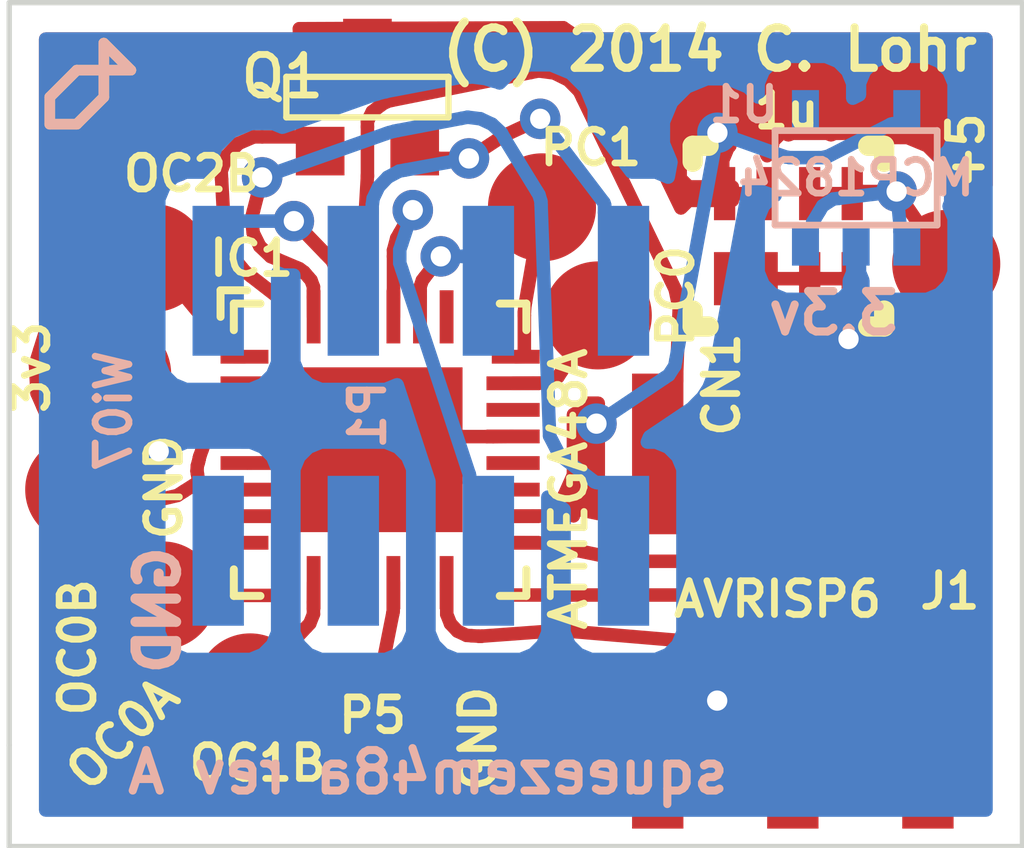
<source format=kicad_pcb>
(kicad_pcb (version 3) (host pcbnew "(2013-jul-07)-stable")

  (general
    (links 42)
    (no_connects 1)
    (area 52.527999 54.559999 71.678001 70.535001)
    (thickness 1.6)
    (drawings 23)
    (tracks 468)
    (zones 0)
    (modules 16)
    (nets 20)
  )

  (page User 139.7 139.7)
  (title_block 
    (title squeezem48a)
    (rev A)
  )

  (layers
    (15 F.Cu signal)
    (0 B.Cu signal)
    (16 B.Adhes user)
    (17 F.Adhes user)
    (18 B.Paste user)
    (19 F.Paste user)
    (20 B.SilkS user)
    (21 F.SilkS user)
    (22 B.Mask user)
    (23 F.Mask user)
    (24 Dwgs.User user)
    (25 Cmts.User user)
    (26 Eco1.User user)
    (27 Eco2.User user)
    (28 Edge.Cuts user)
  )

  (setup
    (last_trace_width 0.254)
    (trace_clearance 0.2032)
    (zone_clearance 0.508)
    (zone_45_only no)
    (trace_min 0.254)
    (segment_width 0.2)
    (edge_width 0.1)
    (via_size 0.762)
    (via_drill 0.381)
    (via_min_size 0.762)
    (via_min_drill 0.381)
    (uvia_size 0.508)
    (uvia_drill 0.127)
    (uvias_allowed no)
    (uvia_min_size 0.381)
    (uvia_min_drill 0.127)
    (pcb_text_width 0.3)
    (pcb_text_size 1.5 1.5)
    (mod_edge_width 0.15)
    (mod_text_size 0.635 0.635)
    (mod_text_width 0.127)
    (pad_size 1.5 1.5)
    (pad_drill 0.6)
    (pad_to_mask_clearance 0)
    (aux_axis_origin 0 0)
    (visible_elements FFFFFFBF)
    (pcbplotparams
      (layerselection 284196865)
      (usegerberextensions true)
      (excludeedgelayer false)
      (linewidth 0.150000)
      (plotframeref false)
      (viasonmask false)
      (mode 1)
      (useauxorigin false)
      (hpglpennumber 1)
      (hpglpenspeed 20)
      (hpglpendiameter 15)
      (hpglpenoverlay 2)
      (psnegative false)
      (psa4output false)
      (plotreference true)
      (plotvalue true)
      (plotothertext true)
      (plotinvisibletext false)
      (padsonsilk false)
      (subtractmaskfromsilk false)
      (outputformat 1)
      (mirror false)
      (drillshape 0)
      (scaleselection 1)
      (outputdirectory squeezemega-revA))
  )

  (net 0 "")
  (net 1 +3.3V)
  (net 2 +5V)
  (net 3 GND)
  (net 4 N-000001)
  (net 5 N-0000011)
  (net 6 N-0000012)
  (net 7 N-0000013)
  (net 8 N-0000015)
  (net 9 N-0000017)
  (net 10 N-0000018)
  (net 11 N-0000019)
  (net 12 N-000002)
  (net 13 N-0000028)
  (net 14 N-000003)
  (net 15 N-000004)
  (net 16 N-000005)
  (net 17 N-000006)
  (net 18 N-000007)
  (net 19 N-000008)

  (net_class Default "This is the default net class."
    (clearance 0.2032)
    (trace_width 0.254)
    (via_dia 0.762)
    (via_drill 0.381)
    (uvia_dia 0.508)
    (uvia_drill 0.127)
    (add_net "")
    (add_net +3.3V)
    (add_net +5V)
    (add_net GND)
    (add_net N-000001)
    (add_net N-0000011)
    (add_net N-0000012)
    (add_net N-0000013)
    (add_net N-0000015)
    (add_net N-0000017)
    (add_net N-0000018)
    (add_net N-0000019)
    (add_net N-000002)
    (add_net N-0000028)
    (add_net N-000003)
    (add_net N-000004)
    (add_net N-000005)
    (add_net N-000006)
    (add_net N-000007)
    (add_net N-000008)
  )

  (module SOT23-5 (layer B.Cu) (tedit 5425BE2F) (tstamp 5425C1EC)
    (at 68.5011 57.9059 180)
    (path /5425ADA9)
    (attr smd)
    (fp_text reference U1 (at 2.1128 1.3752 180) (layer B.SilkS)
      (effects (font (size 0.635 0.635) (thickness 0.127)) (justify mirror))
    )
    (fp_text value MCP1824 (at 0 0 180) (layer B.SilkS)
      (effects (font (size 0.635 0.635) (thickness 0.127)) (justify mirror))
    )
    (fp_line (start 1.524 0.889) (end 1.524 -0.889) (layer B.SilkS) (width 0.127))
    (fp_line (start 1.524 -0.889) (end -1.524 -0.889) (layer B.SilkS) (width 0.127))
    (fp_line (start -1.524 -0.889) (end -1.524 0.889) (layer B.SilkS) (width 0.127))
    (fp_line (start -1.524 0.889) (end 1.524 0.889) (layer B.SilkS) (width 0.127))
    (pad 1 smd rect (at -0.9525 -1.27 180) (size 0.508 0.762)
      (layers B.Cu B.Paste B.Mask)
      (net 2 +5V)
    )
    (pad 3 smd rect (at 0.9525 -1.27 180) (size 0.508 0.762)
      (layers B.Cu B.Paste B.Mask)
      (net 2 +5V)
    )
    (pad 5 smd rect (at -0.9525 1.27 180) (size 0.508 0.762)
      (layers B.Cu B.Paste B.Mask)
      (net 1 +3.3V)
    )
    (pad 2 smd rect (at 0 -1.27 180) (size 0.508 0.762)
      (layers B.Cu B.Paste B.Mask)
      (net 3 GND)
    )
    (pad 4 smd rect (at 0.9525 1.27 180) (size 0.508 0.762)
      (layers B.Cu B.Paste B.Mask)
    )
    (model smd/SOT23_5.wrl
      (at (xyz 0 0 0))
      (scale (xyz 0.1 0.1 0.1))
      (rotate (xyz 0 0 0))
    )
  )

  (module RIBBON6SMT (layer F.Cu) (tedit 5425BD93) (tstamp 5425C1F6)
    (at 69.8511 68.6372 180)
    (path /5425AA29)
    (fp_text reference J1 (at -0.4132 2.9563 180) (layer F.SilkS)
      (effects (font (size 0.635 0.635) (thickness 0.127)))
    )
    (fp_text value AVRISP6 (at 2.8253 2.8039 180) (layer F.SilkS)
      (effects (font (size 0.635 0.635) (thickness 0.127)))
    )
    (pad 2 smd rect (at 0 0 180) (size 0.9652 3.0226)
      (layers F.Cu F.Paste F.Mask)
      (net 2 +5V)
    )
    (pad 4 smd rect (at 2.54 0 180) (size 0.9652 3.0226)
      (layers F.Cu F.Paste F.Mask)
      (net 13 N-0000028)
    )
    (pad 6 smd rect (at 5.08 0 180) (size 0.9652 3.0226)
      (layers F.Cu F.Paste F.Mask)
      (net 3 GND)
    )
    (pad 1 smd rect (at 0 5.5372 180) (size 0.9652 3.0226)
      (layers F.Cu F.Paste F.Mask)
      (net 9 N-0000017)
    )
    (pad 3 smd rect (at 2.54 5.5372 180) (size 0.9652 3.0226)
      (layers F.Cu F.Paste F.Mask)
      (net 10 N-0000018)
    )
    (pad 5 smd rect (at 5.08 5.5372 180) (size 0.9652 3.0226)
      (layers F.Cu F.Paste F.Mask)
      (net 11 N-0000019)
    )
  )

  (module QFN32 (layer F.Cu) (tedit 5425BD41) (tstamp 5425C225)
    (at 59.5511 63.021)
    (path /5425A9D4)
    (fp_text reference IC1 (at -2.417 -3.6028) (layer F.SilkS)
      (effects (font (size 0.635 0.635) (thickness 0.127)))
    )
    (fp_text value ATMEGA48A (at 3.54692 0.73806 90) (layer F.SilkS)
      (effects (font (size 0.635 0.635) (thickness 0.127)))
    )
    (fp_line (start -2.75 2.25) (end -2.75 2.75) (layer F.SilkS) (width 0.15))
    (fp_line (start -2.75 2.75) (end -2.25 2.75) (layer F.SilkS) (width 0.15))
    (fp_line (start 2.75 2.25) (end 2.75 2.75) (layer F.SilkS) (width 0.15))
    (fp_line (start 2.75 2.75) (end 2.25 2.75) (layer F.SilkS) (width 0.15))
    (fp_line (start 2.25 -2.75) (end 2.75 -2.75) (layer F.SilkS) (width 0.15))
    (fp_line (start 2.75 -2.75) (end 2.75 -2.25) (layer F.SilkS) (width 0.15))
    (fp_line (start -3 -2.5) (end -3 -3) (layer F.SilkS) (width 0.15))
    (fp_line (start -3 -3) (end -2.5 -3) (layer F.SilkS) (width 0.15))
    (fp_line (start -2.25 -2.75) (end -2.75 -2.75) (layer F.SilkS) (width 0.15))
    (fp_line (start -2.75 -2.75) (end -2.75 -2.25) (layer F.SilkS) (width 0.15))
    (pad 33 smd rect (at 0 0) (size 3.1 3.1)
      (layers F.Cu F.Paste F.Mask)
      (net 3 GND)
    )
    (pad 1 smd rect (at -2.55 -1.75) (size 0.9 0.26)
      (layers F.Cu F.Paste F.Mask)
      (net 18 N-000007)
    )
    (pad 2 smd rect (at -2.5 -1.25) (size 1 0.26)
      (layers F.Cu F.Paste F.Mask)
    )
    (pad 3 smd rect (at -2.5 -0.75) (size 1 0.26)
      (layers F.Cu F.Paste F.Mask)
      (net 3 GND)
    )
    (pad 4 smd rect (at -2.5 -0.25) (size 1 0.26)
      (layers F.Cu F.Paste F.Mask)
      (net 1 +3.3V)
    )
    (pad 5 smd rect (at -2.5 0.25) (size 1 0.26)
      (layers F.Cu F.Paste F.Mask)
      (net 3 GND)
    )
    (pad 6 smd rect (at -2.5 0.75) (size 1 0.26)
      (layers F.Cu F.Paste F.Mask)
      (net 1 +3.3V)
    )
    (pad 7 smd rect (at -2.5 1.25) (size 1 0.26)
      (layers F.Cu F.Paste F.Mask)
    )
    (pad 8 smd rect (at -2.55 1.75) (size 0.9 0.26)
      (layers F.Cu F.Paste F.Mask)
    )
    (pad 9 smd rect (at -1.75 2.55) (size 0.26 0.9)
      (layers F.Cu F.Paste F.Mask)
      (net 16 N-000005)
    )
    (pad 10 smd rect (at -1.25 2.5) (size 0.26 1)
      (layers F.Cu F.Paste F.Mask)
      (net 4 N-000001)
    )
    (pad 11 smd rect (at -0.75 2.5) (size 0.26 1)
      (layers F.Cu F.Paste F.Mask)
    )
    (pad 12 smd rect (at -0.25 2.5) (size 0.26 1)
      (layers F.Cu F.Paste F.Mask)
    )
    (pad 13 smd rect (at 0.25 2.5) (size 0.26 1)
      (layers F.Cu F.Paste F.Mask)
      (net 7 N-0000013)
    )
    (pad 14 smd rect (at 0.75 2.5) (size 0.26 1)
      (layers F.Cu F.Paste F.Mask)
      (net 3 GND)
    )
    (pad 15 smd rect (at 1.25 2.5) (size 0.26 1)
      (layers F.Cu F.Paste F.Mask)
      (net 13 N-0000028)
    )
    (pad 16 smd rect (at 1.75 2.55) (size 0.26 0.9)
      (layers F.Cu F.Paste F.Mask)
      (net 9 N-0000017)
    )
    (pad 17 smd rect (at 2.55 1.75) (size 0.9 0.26)
      (layers F.Cu F.Paste F.Mask)
      (net 10 N-0000018)
    )
    (pad 18 smd rect (at 2.5 1.25) (size 1 0.26)
      (layers F.Cu F.Paste F.Mask)
      (net 1 +3.3V)
    )
    (pad 19 smd rect (at 2.5 0.75) (size 1 0.26)
      (layers F.Cu F.Paste F.Mask)
    )
    (pad 20 smd rect (at 2.5 0.25) (size 1 0.26)
      (layers F.Cu F.Paste F.Mask)
    )
    (pad 21 smd rect (at 2.5 -0.25) (size 1 0.26)
      (layers F.Cu F.Paste F.Mask)
      (net 3 GND)
    )
    (pad 22 smd rect (at 2.5 -0.75) (size 1 0.26)
      (layers F.Cu F.Paste F.Mask)
    )
    (pad 23 smd rect (at 2.5 -1.25) (size 1 0.26)
      (layers F.Cu F.Paste F.Mask)
      (net 17 N-000006)
    )
    (pad 24 smd rect (at 2.55 -1.75) (size 0.9 0.26)
      (layers F.Cu F.Paste F.Mask)
      (net 8 N-0000015)
    )
    (pad 25 smd rect (at 1.75 -2.55) (size 0.26 0.9)
      (layers F.Cu F.Paste F.Mask)
    )
    (pad 26 smd rect (at 1.25 -2.5) (size 0.26 1)
      (layers F.Cu F.Paste F.Mask)
    )
    (pad 27 smd rect (at 0.75 -2.5) (size 0.26 1)
      (layers F.Cu F.Paste F.Mask)
      (net 5 N-0000011)
    )
    (pad 28 smd rect (at 0.25 -2.5) (size 0.26 1)
      (layers F.Cu F.Paste F.Mask)
      (net 15 N-000004)
    )
    (pad 29 smd rect (at -0.25 -2.5) (size 0.26 1)
      (layers F.Cu F.Paste F.Mask)
      (net 11 N-0000019)
    )
    (pad 30 smd rect (at -0.75 -2.5) (size 0.26 1)
      (layers F.Cu F.Paste F.Mask)
      (net 12 N-000002)
    )
    (pad 31 smd rect (at -1.25 -2.5) (size 0.26 1)
      (layers F.Cu F.Paste F.Mask)
      (net 14 N-000003)
    )
    (pad 32 smd rect (at -1.75 -2.55) (size 0.26 0.9)
      (layers F.Cu F.Paste F.Mask)
      (net 6 N-0000012)
    )
  )

  (module NETWORK1206 (layer F.Cu) (tedit 5425BE5B) (tstamp 5425C239)
    (at 67.2282 59.0027)
    (path /5425AB1A)
    (fp_text reference CN1 (at -1.2555 2.7935 90) (layer F.SilkS)
      (effects (font (size 0.635 0.635) (thickness 0.127)))
    )
    (fp_text value 1u (at -0.033 -2.356) (layer F.SilkS)
      (effects (font (size 0.635 0.635) (thickness 0.127)))
    )
    (fp_line (start 1.8 1.4) (end 1.8 1.7) (layer F.SilkS) (width 0.381))
    (fp_line (start 1.8 1.7) (end 1.5 1.7) (layer F.SilkS) (width 0.381))
    (fp_line (start -1.8 -1.4) (end -1.8 -1.7) (layer F.SilkS) (width 0.381))
    (fp_line (start -1.8 -1.7) (end -1.5 -1.7) (layer F.SilkS) (width 0.381))
    (fp_line (start 1.5 -1.7) (end 1.8 -1.7) (layer F.SilkS) (width 0.381))
    (fp_line (start 1.8 -1.7) (end 1.8 -1.4) (layer F.SilkS) (width 0.381))
    (fp_line (start -1.8 1.4) (end -1.8 1.7) (layer F.SilkS) (width 0.381))
    (fp_line (start -1.8 1.7) (end -1.5 1.7) (layer F.SilkS) (width 0.381))
    (pad 1 smd rect (at -1.2 0.8) (size 0.4 1)
      (layers F.Cu F.Paste F.Mask)
      (net 3 GND)
    )
    (pad 2 smd rect (at -0.4 0.8) (size 0.4 1)
      (layers F.Cu F.Paste F.Mask)
      (net 3 GND)
    )
    (pad 3 smd rect (at 0.4 0.8) (size 0.4 1)
      (layers F.Cu F.Paste F.Mask)
      (net 3 GND)
    )
    (pad 4 smd rect (at 1.2 0.8) (size 0.4 1)
      (layers F.Cu F.Paste F.Mask)
      (net 3 GND)
    )
    (pad 5 smd rect (at 1.2 -0.8) (size 0.4 1)
      (layers F.Cu F.Paste F.Mask)
      (net 2 +5V)
    )
    (pad 6 smd rect (at 0.4 -0.8) (size 0.4 1)
      (layers F.Cu F.Paste F.Mask)
      (net 2 +5V)
    )
    (pad 7 smd rect (at -0.4 -0.8) (size 0.4 1)
      (layers F.Cu F.Paste F.Mask)
      (net 1 +3.3V)
    )
    (pad 8 smd rect (at -1.2 -0.8) (size 0.4 1)
      (layers F.Cu F.Paste F.Mask)
      (net 1 +3.3V)
    )
  )

  (module .1SMTPIN (layer F.Cu) (tedit 5425BD80) (tstamp 5425C23E)
    (at 55.4602 65.7616)
    (path /5425B69F)
    (fp_text reference P3 (at -0.783 1.5604 90) (layer F.SilkS) hide
      (effects (font (size 0.635 0.635) (thickness 0.127)))
    )
    (fp_text value OC0B (at -1.5958 0.9762 90) (layer F.SilkS)
      (effects (font (size 0.635 0.635) (thickness 0.127)))
    )
    (pad 1 smd circle (at 0 0) (size 2.032 2.032)
      (layers F.Cu F.Paste F.Mask)
      (net 16 N-000005)
    )
  )

  (module .1SMTPIN (layer F.Cu) (tedit 5425BE81) (tstamp 5425C243)
    (at 57.1071 67.4915 45)
    (path /5425B6C7)
    (fp_text reference P4 (at -1.8052 1.0257 45) (layer F.SilkS) hide
      (effects (font (size 0.635 0.635) (thickness 0.127)))
    )
    (fp_text value OC0A (at -2.307077 -1.072045 45) (layer F.SilkS)
      (effects (font (size 0.635 0.635) (thickness 0.127)))
    )
    (pad 1 smd circle (at 0 0 45) (size 2.032 2.032)
      (layers F.Cu F.Paste F.Mask)
      (net 4 N-000001)
    )
  )

  (module .1SMTPIN (layer F.Cu) (tedit 5425BE1A) (tstamp 5425C248)
    (at 63.644 60.4941 90)
    (path /5425B6CD)
    (fp_text reference P7 (at 0.8679 -1.0731 90) (layer F.SilkS) hide
      (effects (font (size 0.635 0.635) (thickness 0.127)))
    )
    (fp_text value PC0 (at 0.3599 1.4669 90) (layer F.SilkS)
      (effects (font (size 0.635 0.635) (thickness 0.127)))
    )
    (pad 1 smd circle (at 0 0 90) (size 2.032 2.032)
      (layers F.Cu F.Paste F.Mask)
      (net 17 N-000006)
    )
  )

  (module .1SMTPIN (layer F.Cu) (tedit 5425BE87) (tstamp 5425C24D)
    (at 59.4087 68.0182)
    (path /5425B6D3)
    (fp_text reference P5 (at 0 0) (layer F.SilkS)
      (effects (font (size 0.635 0.635) (thickness 0.127)))
    )
    (fp_text value OC1B (at -2.1592 0.8987) (layer F.SilkS)
      (effects (font (size 0.635 0.635) (thickness 0.127)))
    )
    (pad 1 smd circle (at 0 0) (size 2.032 2.032)
      (layers F.Cu F.Paste F.Mask)
      (net 7 N-0000013)
    )
  )

  (module .1SMTPIN (layer F.Cu) (tedit 5425BDDC) (tstamp 5425C252)
    (at 55.287 59.4146)
    (path /5425B727)
    (fp_text reference P2 (at -0.94368 -1.23782) (layer F.SilkS) hide
      (effects (font (size 0.635 0.635) (thickness 0.127)))
    )
    (fp_text value OC2B (at 0.7251 -1.5858) (layer F.SilkS)
      (effects (font (size 0.635 0.635) (thickness 0.127)))
    )
    (pad 1 smd circle (at 0 0) (size 2.032 2.032)
      (layers F.Cu F.Paste F.Mask)
      (net 18 N-000007)
    )
  )

  (module .1SMTPIN (layer F.Cu) (tedit 5425BE60) (tstamp 5425C257)
    (at 70.1955 59.5258)
    (path /5425B8D6)
    (fp_text reference P8 (at 2.4027 -0.0953) (layer F.SilkS) hide
      (effects (font (size 0.635 0.635) (thickness 0.127)))
    )
    (fp_text value +5 (at 0.3707 -2.1273 90) (layer F.SilkS)
      (effects (font (size 0.635 0.635) (thickness 0.127)))
    )
    (pad 1 smd circle (at 0 0) (size 2.032 2.032)
      (layers F.Cu F.Paste F.Mask)
      (net 2 +5V)
    )
  )

  (module .1SMTPIN (layer F.Cu) (tedit 5425BD50) (tstamp 5425C25C)
    (at 54.6072 61.5994)
    (path /5425B8DC)
    (fp_text reference P9 (at -1.1512 -0.8905) (layer F.SilkS) hide
      (effects (font (size 0.635 0.635) (thickness 0.127)))
    )
    (fp_text value 3v3 (at -1.6084 -0.1285 90) (layer F.SilkS)
      (effects (font (size 0.635 0.635) (thickness 0.127)))
    )
    (pad 1 smd circle (at 0 0) (size 2.032 2.032)
      (layers F.Cu F.Paste F.Mask)
      (net 3 GND)
    )
  )

  (module .1SMTPIN (layer F.Cu) (tedit 5425BD5B) (tstamp 5425C261)
    (at 53.894 63.7714)
    (path /5425B8E2)
    (fp_text reference P10 (at -1.198 2.114) (layer F.SilkS) hide
      (effects (font (size 0.635 0.635) (thickness 0.127)))
    )
    (fp_text value GND (at 1.596 -0.045 90) (layer F.SilkS)
      (effects (font (size 0.635 0.635) (thickness 0.127)))
    )
    (pad 1 smd circle (at 0 0) (size 2.032 2.032)
      (layers F.Cu F.Paste F.Mask)
      (net 1 +3.3V)
    )
  )

  (module .1SMTPIN (layer F.Cu) (tedit 5425BEFD) (tstamp 5425C266)
    (at 62.5948 58.4605)
    (path /5425BB39)
    (fp_text reference P6 (at -0.0979 -1.1223) (layer F.SilkS) hide
      (effects (font (size 0.635 0.635) (thickness 0.127)))
    )
    (fp_text value PC1 (at 0.9181 -1.1223) (layer F.SilkS)
      (effects (font (size 0.635 0.635) (thickness 0.127)))
    )
    (pad 1 smd circle (at 0 0) (size 2.032 2.032)
      (layers F.Cu F.Paste F.Mask)
      (net 8 N-0000015)
    )
  )

  (module RIBBON8SMT (layer B.Cu) (tedit 5425BE21) (tstamp 5425C51D)
    (at 60.3174 62.382)
    (path /5425AF06)
    (fp_text reference P1 (at -1.0014 -0.0166 270) (layer B.SilkS)
      (effects (font (size 0.635 0.635) (thickness 0.127)) (justify mirror))
    )
    (fp_text value Wi07 (at -5.7766 -0.0928 270) (layer B.SilkS)
      (effects (font (size 0.635 0.635) (thickness 0.127)) (justify mirror))
    )
    (pad 1 smd trapezoid (at -3.81 -2.54) (size 0.9652 2.8194)
      (layers B.Cu B.Paste B.Mask)
      (net 12 N-000002)
    )
    (pad 2 smd trapezoid (at -3.81 2.54) (size 0.9652 2.8194)
      (layers B.Cu B.Paste B.Mask)
      (net 3 GND)
    )
    (pad 3 smd trapezoid (at -1.27 -2.54) (size 0.9652 2.8194)
      (layers B.Cu B.Paste B.Mask)
      (net 19 N-000008)
    )
    (pad 4 smd trapezoid (at -1.27 2.54) (size 0.9652 2.8194)
      (layers B.Cu B.Paste B.Mask)
    )
    (pad 5 smd trapezoid (at 1.27 -2.54) (size 0.9652 2.8194)
      (layers B.Cu B.Paste B.Mask)
      (net 5 N-0000011)
    )
    (pad 6 smd trapezoid (at 1.27 2.54) (size 0.9652 2.8194)
      (layers B.Cu B.Paste B.Mask)
      (net 15 N-000004)
    )
    (pad 7 smd trapezoid (at 3.81 -2.54) (size 0.9652 2.8194)
      (layers B.Cu B.Paste B.Mask)
      (net 19 N-000008)
    )
    (pad 8 smd trapezoid (at 3.81 2.54) (size 0.9652 2.8194)
      (layers B.Cu B.Paste B.Mask)
      (net 14 N-000003)
    )
  )

  (module .1SMTPIN (layer F.Cu) (tedit 5425BEE3) (tstamp 5425CACF)
    (at 62.9183 68.4592)
    (path /5425C0B0)
    (fp_text reference P11 (at 3.048 -0.508) (layer F.SilkS) hide
      (effects (font (size 0.635 0.635) (thickness 0.127)))
    )
    (fp_text value GND (at -1.524 0 90) (layer F.SilkS)
      (effects (font (size 0.635 0.635) (thickness 0.127)))
    )
    (pad 1 smd circle (at 0 0) (size 2.032 2.032)
      (layers F.Cu F.Paste F.Mask)
      (net 3 GND)
    )
  )

  (module SOT23GDS (layer F.Cu) (tedit 54493486) (tstamp 54499C98)
    (at 59.3128 56.387 180)
    (descr "Module CMS SOT23 Transistore EBC")
    (tags "CMS SOT")
    (path /5449305A)
    (attr smd)
    (fp_text reference Q1 (at 1.6002 0.38608 180) (layer F.SilkS)
      (effects (font (size 0.762 0.762) (thickness 0.12954)))
    )
    (fp_text value 3VGATE-1A-PMOS (at 0 2.54 180) (layer F.SilkS) hide
      (effects (font (size 0.762 0.762) (thickness 0.12954)))
    )
    (fp_line (start -1.524 -0.381) (end 1.524 -0.381) (layer F.SilkS) (width 0.11938))
    (fp_line (start 1.524 -0.381) (end 1.524 0.381) (layer F.SilkS) (width 0.11938))
    (fp_line (start 1.524 0.381) (end -1.524 0.381) (layer F.SilkS) (width 0.11938))
    (fp_line (start -1.524 0.381) (end -1.524 -0.381) (layer F.SilkS) (width 0.11938))
    (pad S smd rect (at -0.889 -1.016 180) (size 0.9144 0.9144)
      (layers F.Cu F.Paste F.Mask)
      (net 19 N-000008)
    )
    (pad G smd rect (at 0.889 -1.016 180) (size 0.9144 0.9144)
      (layers F.Cu F.Paste F.Mask)
      (net 6 N-0000012)
    )
    (pad D smd rect (at 0 1.016 180) (size 0.9144 0.9144)
      (layers F.Cu F.Paste F.Mask)
      (net 1 +3.3V)
    )
    (model smd/cms_sot23.wrl
      (at (xyz 0 0 0))
      (scale (xyz 0.13 0.15 0.15))
      (rotate (xyz 0 0 0))
    )
  )

  (gr_line (start 53.848 56.896) (end 54.356 56.388) (angle 90) (layer B.SilkS) (width 0.2))
  (gr_line (start 53.34 56.896) (end 53.848 56.896) (angle 90) (layer B.SilkS) (width 0.2))
  (gr_line (start 53.34 56.388) (end 53.34 56.896) (angle 90) (layer B.SilkS) (width 0.2))
  (gr_line (start 53.848 55.88) (end 53.34 56.388) (angle 90) (layer B.SilkS) (width 0.2))
  (gr_line (start 54.864 55.88) (end 53.848 55.88) (angle 90) (layer B.SilkS) (width 0.2))
  (gr_line (start 54.356 55.372) (end 54.864 55.88) (angle 90) (layer B.SilkS) (width 0.2))
  (gr_line (start 54.356 56.388) (end 54.356 55.372) (angle 90) (layer B.SilkS) (width 0.2))
  (gr_text GND (at 55.372 66.04 90) (layer B.SilkS)
    (effects (font (size 0.762 0.762) (thickness 0.1905)) (justify mirror))
  )
  (gr_text 3.3v (at 68.072 60.452) (layer B.SilkS)
    (effects (font (size 0.762 0.762) (thickness 0.1524)) (justify mirror))
  )
  (gr_text "squeezem48a rev A" (at 60.452 69.088) (layer B.SilkS)
    (effects (font (size 0.762 0.762) (thickness 0.1524)) (justify mirror))
  )
  (gr_text "(C) 2014 C. Lohr" (at 65.75044 55.49138) (layer F.SilkS)
    (effects (font (size 0.762 0.762) (thickness 0.1524)))
  )
  (gr_line (start 54.356 56.388) (end 54.356 55.372) (angle 90) (layer F.SilkS) (width 0.2))
  (gr_line (start 53.848 56.896) (end 54.356 56.388) (angle 90) (layer F.SilkS) (width 0.2))
  (gr_line (start 53.34 56.896) (end 53.848 56.896) (angle 90) (layer F.SilkS) (width 0.2))
  (gr_line (start 53.34 56.388) (end 53.34 56.896) (angle 90) (layer F.SilkS) (width 0.2))
  (gr_line (start 53.848 55.88) (end 53.34 56.388) (angle 90) (layer F.SilkS) (width 0.2))
  (gr_line (start 54.864 55.88) (end 53.848 55.88) (angle 90) (layer F.SilkS) (width 0.2))
  (gr_line (start 54.356 55.372) (end 54.864 55.88) (angle 90) (layer F.SilkS) (width 0.2))
  (gr_line (start 52.578 70.485) (end 71.628 70.485) (angle 90) (layer Edge.Cuts) (width 0.1))
  (gr_line (start 52.578 68.58) (end 52.578 70.485) (angle 90) (layer Edge.Cuts) (width 0.1))
  (gr_line (start 52.578 54.61) (end 52.578 68.58) (angle 90) (layer Edge.Cuts) (width 0.1))
  (gr_line (start 71.628 54.61) (end 52.578 54.61) (angle 90) (layer Edge.Cuts) (width 0.1))
  (gr_line (start 71.628 70.485) (end 71.628 54.61) (angle 90) (layer Edge.Cuts) (width 0.1))

  (segment (start 65.8931 57.0576) (end 62.99454 55.08244) (width 0.254) (layer F.Cu) (net 1) (tstamp 54499E79))
  (segment (start 62.99454 55.08244) (end 58.03392 55.10022) (width 0.254) (layer F.Cu) (net 1) (tstamp 54499E7A))
  (segment (start 58.03392 55.10022) (end 58.03392 56.002912) (width 0.254) (layer F.Cu) (net 1) (tstamp 54499E7C))
  (via (at 65.8931 57.0576) (size 0.762) (layers F.Cu B.Cu) (net 1))
  (via (at 63.6187 62.5302) (size 0.762) (layers F.Cu B.Cu) (net 1))
  (segment (start 65.1098 61.3431) (end 65.8931 57.0576) (width 0.254) (layer B.Cu) (net 1))
  (segment (start 65.0913 61.4442) (end 65.1098 61.3431) (width 0.254) (layer B.Cu) (net 1))
  (segment (start 64.9785 61.6163) (end 65.0913 61.4442) (width 0.254) (layer B.Cu) (net 1))
  (segment (start 64.8934 61.6734) (end 64.9785 61.6163) (width 0.254) (layer B.Cu) (net 1))
  (segment (start 63.6187 62.5302) (end 64.8934 61.6734) (width 0.254) (layer B.Cu) (net 1))
  (segment (start 67.1243 57.4956) (end 65.8931 57.0576) (width 0.254) (layer B.Cu) (net 1))
  (segment (start 67.2512 57.525) (end 67.2946 57.525) (width 0.254) (layer B.Cu) (net 1))
  (segment (start 67.1653 57.5102) (end 67.2512 57.525) (width 0.254) (layer B.Cu) (net 1))
  (segment (start 67.1243 57.4956) (end 67.1653 57.5102) (width 0.254) (layer B.Cu) (net 1))
  (segment (start 67.8026 57.525) (end 67.2946 57.525) (width 0.254) (layer B.Cu) (net 1))
  (segment (start 67.9801 57.4968) (end 68.0336 57.4695) (width 0.254) (layer B.Cu) (net 1))
  (segment (start 67.8632 57.525) (end 67.9801 57.4968) (width 0.254) (layer B.Cu) (net 1))
  (segment (start 67.8026 57.525) (end 67.8632 57.525) (width 0.254) (layer B.Cu) (net 1))
  (segment (start 69.1419 56.9038) (end 68.0336 57.4695) (width 0.254) (layer B.Cu) (net 1))
  (segment (start 69.1552 56.897) (end 69.1419 56.9038) (width 0.254) (layer B.Cu) (net 1))
  (segment (start 69.1845 56.8899) (end 69.1552 56.897) (width 0.254) (layer B.Cu) (net 1))
  (segment (start 69.1996 56.8899) (end 69.1845 56.8899) (width 0.254) (layer B.Cu) (net 1))
  (segment (start 69.3266 56.8899) (end 69.1996 56.8899) (width 0.254) (layer B.Cu) (net 1))
  (segment (start 69.4536 56.6359) (end 69.3266 56.8899) (width 0.254) (layer B.Cu) (net 1))
  (segment (start 53.2109 62.2104) (end 53.894 63.7714) (width 0.254) (layer F.Cu) (net 1))
  (segment (start 53.1007 61.9588) (end 53.2109 62.2104) (width 0.254) (layer F.Cu) (net 1))
  (segment (start 53.0703 61.4084) (end 53.1007 61.9588) (width 0.254) (layer F.Cu) (net 1))
  (segment (start 53.1519 61.1466) (end 53.0703 61.4084) (width 0.254) (layer F.Cu) (net 1))
  (segment (start 53.8317 58.9618) (end 53.1519 61.1466) (width 0.254) (layer F.Cu) (net 1))
  (segment (start 53.9038 58.7301) (end 53.8317 58.9618) (width 0.254) (layer F.Cu) (net 1))
  (segment (start 54.1849 58.3342) (end 53.9038 58.7301) (width 0.254) (layer F.Cu) (net 1))
  (segment (start 54.3789 58.1905) (end 54.1849 58.3342) (width 0.254) (layer F.Cu) (net 1))
  (segment (start 56.4244 56.6732) (end 54.3789 58.1905) (width 0.254) (layer F.Cu) (net 1))
  (segment (start 56.5094 56.6101) (end 56.4244 56.6732) (width 0.254) (layer F.Cu) (net 1))
  (segment (start 56.6941 56.5092) (end 56.5094 56.6101) (width 0.254) (layer F.Cu) (net 1))
  (segment (start 56.7938 56.4715) (end 56.6941 56.5092) (width 0.254) (layer F.Cu) (net 1))
  (segment (start 58.8107 55.7094) (end 58.03392 56.002912) (width 0.254) (layer F.Cu) (net 1))
  (segment (start 58.03392 56.002912) (end 56.7938 56.4715) (width 0.254) (layer F.Cu) (net 1) (tstamp 54499E7F))
  (segment (start 58.8215 55.7053) (end 58.8107 55.7094) (width 0.254) (layer F.Cu) (net 1))
  (segment (start 58.844 55.7012) (end 58.8215 55.7053) (width 0.254) (layer F.Cu) (net 1))
  (segment (start 58.8556 55.7012) (end 58.844 55.7012) (width 0.254) (layer F.Cu) (net 1))
  (segment (start 58.9826 55.7012) (end 58.8556 55.7012) (width 0.254) (layer F.Cu) (net 1))
  (segment (start 59.3128 55.371) (end 58.9826 55.7012) (width 0.254) (layer F.Cu) (net 1))
  (segment (start 59.643 55.2712) (end 59.3128 55.371) (width 0.254) (layer F.Cu) (net 1))
  (segment (start 59.77 55.2712) (end 59.643 55.2712) (width 0.254) (layer F.Cu) (net 1))
  (segment (start 62.5614 55.2712) (end 59.77 55.2712) (width 0.254) (layer F.Cu) (net 1))
  (segment (start 62.7738 55.2713) (end 62.5614 55.2712) (width 0.254) (layer F.Cu) (net 1))
  (segment (start 63.1807 55.3867) (end 62.7738 55.2713) (width 0.254) (layer F.Cu) (net 1))
  (segment (start 63.3608 55.4977) (end 63.1807 55.3867) (width 0.254) (layer F.Cu) (net 1))
  (segment (start 65.8931 57.0576) (end 63.3608 55.4977) (width 0.254) (layer F.Cu) (net 1))
  (segment (start 65.9546 57.6904) (end 65.8931 57.0576) (width 0.254) (layer F.Cu) (net 1))
  (segment (start 65.9549 57.6934) (end 65.9546 57.6904) (width 0.254) (layer F.Cu) (net 1))
  (segment (start 65.9552 57.6996) (end 65.9549 57.6934) (width 0.254) (layer F.Cu) (net 1))
  (segment (start 65.9552 57.7027) (end 65.9552 57.6996) (width 0.254) (layer F.Cu) (net 1))
  (segment (start 65.9552 57.8297) (end 65.9552 57.7027) (width 0.254) (layer F.Cu) (net 1))
  (segment (start 66.0282 58.2027) (end 65.9552 57.8297) (width 0.254) (layer F.Cu) (net 1))
  (segment (start 66.7552 58.2027) (end 66.8282 58.2027) (width 0.254) (layer F.Cu) (net 1))
  (segment (start 66.6282 58.2027) (end 66.7552 58.2027) (width 0.254) (layer F.Cu) (net 1))
  (segment (start 66.2282 58.2027) (end 66.6282 58.2027) (width 0.254) (layer F.Cu) (net 1))
  (segment (start 66.1012 58.2027) (end 66.2282 58.2027) (width 0.254) (layer F.Cu) (net 1))
  (segment (start 66.0282 58.2027) (end 66.1012 58.2027) (width 0.254) (layer F.Cu) (net 1))
  (segment (start 63.0146 63.8748) (end 63.6187 62.5302) (width 0.254) (layer F.Cu) (net 1))
  (segment (start 63.0059 63.8942) (end 63.0146 63.8748) (width 0.254) (layer F.Cu) (net 1))
  (segment (start 62.9857 63.9307) (end 63.0059 63.8942) (width 0.254) (layer F.Cu) (net 1))
  (segment (start 62.9744 63.9477) (end 62.9857 63.9307) (width 0.254) (layer F.Cu) (net 1))
  (segment (start 62.8782 64.0926) (end 62.9744 63.9477) (width 0.254) (layer F.Cu) (net 1))
  (segment (start 62.8235 64.1748) (end 62.8782 64.0926) (width 0.254) (layer F.Cu) (net 1))
  (segment (start 62.6497 64.268) (end 62.8235 64.1748) (width 0.254) (layer F.Cu) (net 1))
  (segment (start 62.5511 64.268) (end 62.6497 64.268) (width 0.254) (layer F.Cu) (net 1))
  (segment (start 62.4241 64.268) (end 62.5511 64.268) (width 0.254) (layer F.Cu) (net 1))
  (segment (start 62.0511 64.271) (end 62.4241 64.268) (width 0.254) (layer F.Cu) (net 1))
  (segment (start 56.6781 62.774) (end 57.0511 62.771) (width 0.254) (layer F.Cu) (net 1))
  (segment (start 56.5511 62.774) (end 56.6781 62.774) (width 0.254) (layer F.Cu) (net 1))
  (segment (start 56.2435 62.9092) (end 56.2049 63.0193) (width 0.254) (layer F.Cu) (net 1))
  (segment (start 56.434 62.7741) (end 56.2435 62.9092) (width 0.254) (layer F.Cu) (net 1))
  (segment (start 56.5511 62.774) (end 56.434 62.7741) (width 0.254) (layer F.Cu) (net 1))
  (segment (start 56.1651 63.1324) (end 56.2049 63.0193) (width 0.254) (layer F.Cu) (net 1))
  (segment (start 56.1518 63.1776) (end 56.149 63.1926) (width 0.254) (layer F.Cu) (net 1))
  (segment (start 56.1599 63.1472) (end 56.1518 63.1776) (width 0.254) (layer F.Cu) (net 1))
  (segment (start 56.1651 63.1324) (end 56.1599 63.1472) (width 0.254) (layer F.Cu) (net 1))
  (segment (start 56.1491 63.1926) (end 56.149 63.1926) (width 0.254) (layer F.Cu) (net 1))
  (segment (start 56.1455 63.2116) (end 56.1491 63.1926) (width 0.254) (layer F.Cu) (net 1))
  (segment (start 56.1363 63.2497) (end 56.1455 63.2116) (width 0.254) (layer F.Cu) (net 1))
  (segment (start 56.1306 63.2691) (end 56.1363 63.2497) (width 0.254) (layer F.Cu) (net 1))
  (segment (start 56.1285 63.2762) (end 56.1306 63.2691) (width 0.254) (layer F.Cu) (net 1))
  (segment (start 56.1082 63.4215) (end 56.116 63.4702) (width 0.254) (layer F.Cu) (net 1))
  (segment (start 56.1145 63.3236) (end 56.1082 63.4215) (width 0.254) (layer F.Cu) (net 1))
  (segment (start 56.1285 63.2762) (end 56.1145 63.3236) (width 0.254) (layer F.Cu) (net 1))
  (segment (start 56.1406 63.6251) (end 56.116 63.4702) (width 0.254) (layer F.Cu) (net 1))
  (segment (start 56.6781 63.768) (end 57.0511 63.771) (width 0.254) (layer F.Cu) (net 1))
  (segment (start 56.5511 63.768) (end 56.6781 63.768) (width 0.254) (layer F.Cu) (net 1))
  (segment (start 56.4957 63.768) (end 56.5511 63.768) (width 0.254) (layer F.Cu) (net 1))
  (segment (start 56.3877 63.7434) (end 56.4957 63.768) (width 0.254) (layer F.Cu) (net 1))
  (segment (start 56.3377 63.7195) (end 56.3877 63.7434) (width 0.254) (layer F.Cu) (net 1))
  (segment (start 56.1406 63.6251) (end 56.3377 63.7195) (width 0.254) (layer F.Cu) (net 1))
  (segment (start 55.8674 63.7995) (end 56.1406 63.6251) (width 0.254) (layer F.Cu) (net 1))
  (segment (start 55.7382 63.8821) (end 55.8674 63.7995) (width 0.254) (layer F.Cu) (net 1))
  (segment (start 55.4389 63.951) (end 55.7382 63.8821) (width 0.254) (layer F.Cu) (net 1))
  (segment (start 55.2863 63.9333) (end 55.4389 63.951) (width 0.254) (layer F.Cu) (net 1))
  (segment (start 53.894 63.7714) (end 55.2863 63.9333) (width 0.254) (layer F.Cu) (net 1))
  (via (at 69.2633 58.163) (size 0.762) (layers F.Cu B.Cu) (net 2))
  (segment (start 67.6756 58.9219) (end 67.5486 59.1759) (width 0.254) (layer B.Cu) (net 2))
  (segment (start 67.6756 58.7949) (end 67.6756 58.9219) (width 0.254) (layer B.Cu) (net 2))
  (segment (start 67.6756 58.7775) (end 67.6756 58.7949) (width 0.254) (layer B.Cu) (net 2))
  (segment (start 67.6848 58.7442) (end 67.6756 58.7775) (width 0.254) (layer B.Cu) (net 2))
  (segment (start 67.6937 58.7295) (end 67.6848 58.7442) (width 0.254) (layer B.Cu) (net 2))
  (segment (start 67.8115 58.5334) (end 67.6937 58.7295) (width 0.254) (layer B.Cu) (net 2))
  (segment (start 67.8722 58.4322) (end 67.8115 58.5334) (width 0.254) (layer B.Cu) (net 2))
  (segment (start 68.07 58.3043) (end 67.8722 58.4322) (width 0.254) (layer B.Cu) (net 2))
  (segment (start 68.1874 58.2903) (end 68.07 58.3043) (width 0.254) (layer B.Cu) (net 2))
  (segment (start 69.2633 58.163) (end 68.1874 58.2903) (width 0.254) (layer B.Cu) (net 2))
  (segment (start 69.326 58.7821) (end 69.2633 58.163) (width 0.254) (layer B.Cu) (net 2))
  (segment (start 69.3263 58.7854) (end 69.326 58.7821) (width 0.254) (layer B.Cu) (net 2))
  (segment (start 69.3266 58.7918) (end 69.3263 58.7854) (width 0.254) (layer B.Cu) (net 2))
  (segment (start 69.3266 58.7949) (end 69.3266 58.7918) (width 0.254) (layer B.Cu) (net 2))
  (segment (start 69.3266 58.9219) (end 69.3266 58.7949) (width 0.254) (layer B.Cu) (net 2))
  (segment (start 69.4536 59.1759) (end 69.3266 58.9219) (width 0.254) (layer B.Cu) (net 2))
  (segment (start 70.1955 59.5258) (end 69.2633 58.163) (width 0.254) (layer F.Cu) (net 2))
  (segment (start 68.6282 58.163) (end 69.2633 58.163) (width 0.254) (layer F.Cu) (net 2))
  (segment (start 68.5012 58.163) (end 68.6282 58.163) (width 0.254) (layer F.Cu) (net 2))
  (segment (start 68.4282 58.2027) (end 68.5012 58.163) (width 0.254) (layer F.Cu) (net 2))
  (segment (start 68.3552 58.2027) (end 68.4282 58.2027) (width 0.254) (layer F.Cu) (net 2))
  (segment (start 68.2282 58.2027) (end 68.3552 58.2027) (width 0.254) (layer F.Cu) (net 2))
  (segment (start 67.8282 58.2027) (end 68.2282 58.2027) (width 0.254) (layer F.Cu) (net 2))
  (segment (start 67.7012 58.2027) (end 67.8282 58.2027) (width 0.254) (layer F.Cu) (net 2))
  (segment (start 67.6282 58.2027) (end 67.7012 58.2027) (width 0.254) (layer F.Cu) (net 2))
  (segment (start 70.2067 67.2529) (end 69.8511 68.6372) (width 0.254) (layer F.Cu) (net 2))
  (segment (start 70.2067 67.1259) (end 70.2067 67.2529) (width 0.254) (layer F.Cu) (net 2))
  (segment (start 70.2067 67.1178) (end 70.2067 67.1259) (width 0.254) (layer F.Cu) (net 2))
  (segment (start 70.2087 67.1017) (end 70.2067 67.1178) (width 0.254) (layer F.Cu) (net 2))
  (segment (start 70.2108 67.0938) (end 70.2087 67.1017) (width 0.254) (layer F.Cu) (net 2))
  (segment (start 70.8253 64.7396) (end 70.2108 67.0938) (width 0.254) (layer F.Cu) (net 2))
  (segment (start 70.8418 64.6435) (end 70.8418 64.6113) (width 0.254) (layer F.Cu) (net 2))
  (segment (start 70.8336 64.7078) (end 70.8418 64.6435) (width 0.254) (layer F.Cu) (net 2))
  (segment (start 70.8253 64.7396) (end 70.8336 64.7078) (width 0.254) (layer F.Cu) (net 2))
  (segment (start 70.8418 61.5887) (end 70.8418 64.6113) (width 0.254) (layer F.Cu) (net 2))
  (segment (start 70.8293 61.4697) (end 70.8168 61.4312) (width 0.254) (layer F.Cu) (net 2))
  (segment (start 70.8418 61.5487) (end 70.8293 61.4697) (width 0.254) (layer F.Cu) (net 2))
  (segment (start 70.8418 61.5887) (end 70.8418 61.5487) (width 0.254) (layer F.Cu) (net 2))
  (segment (start 70.1955 59.5258) (end 70.8168 61.4312) (width 0.254) (layer F.Cu) (net 2))
  (via (at 55.389 63.0501) (size 0.762) (layers F.Cu B.Cu) (net 3))
  (via (at 65.8888 67.7406) (size 0.762) (layers F.Cu B.Cu) (net 3))
  (via (at 68.3584 60.9378) (size 0.762) (layers F.Cu B.Cu) (net 3))
  (segment (start 64.4155 67.2529) (end 64.7711 68.6372) (width 0.254) (layer F.Cu) (net 3))
  (segment (start 64.2885 67.2529) (end 64.4155 67.2529) (width 0.254) (layer F.Cu) (net 3))
  (segment (start 64.2837 67.2529) (end 64.2885 67.2529) (width 0.254) (layer F.Cu) (net 3))
  (segment (start 64.2742 67.2522) (end 64.2837 67.2529) (width 0.254) (layer F.Cu) (net 3))
  (segment (start 64.2694 67.2515) (end 64.2742 67.2522) (width 0.254) (layer F.Cu) (net 3))
  (segment (start 63.1283 67.078) (end 64.2694 67.2515) (width 0.254) (layer F.Cu) (net 3))
  (segment (start 62.7338 67.068) (end 62.6038 67.098) (width 0.254) (layer F.Cu) (net 3))
  (segment (start 62.9977 67.0581) (end 62.7338 67.068) (width 0.254) (layer F.Cu) (net 3))
  (segment (start 63.1283 67.078) (end 62.9977 67.0581) (width 0.254) (layer F.Cu) (net 3))
  (segment (start 62.5941 67.1002) (end 62.6038 67.098) (width 0.254) (layer F.Cu) (net 3))
  (segment (start 56.6781 62.268) (end 57.0511 62.271) (width 0.254) (layer F.Cu) (net 3))
  (segment (start 56.5511 62.268) (end 56.6781 62.268) (width 0.254) (layer F.Cu) (net 3))
  (segment (start 56.5173 62.268) (end 56.5511 62.268) (width 0.254) (layer F.Cu) (net 3))
  (segment (start 56.451 62.2565) (end 56.5173 62.268) (width 0.254) (layer F.Cu) (net 3))
  (segment (start 56.4193 62.2452) (end 56.451 62.2565) (width 0.254) (layer F.Cu) (net 3))
  (segment (start 54.6072 61.5994) (end 56.4193 62.2452) (width 0.254) (layer F.Cu) (net 3))
  (segment (start 61.4783 67.147) (end 62.5941 67.1002) (width 0.254) (layer F.Cu) (net 3))
  (segment (start 61.2492 67.1568) (end 61.4783 67.147) (width 0.254) (layer F.Cu) (net 3))
  (segment (start 60.8181 66.9944) (end 61.2492 67.1568) (width 0.254) (layer F.Cu) (net 3))
  (segment (start 60.4854 66.6758) (end 60.8181 66.9944) (width 0.254) (layer F.Cu) (net 3))
  (segment (start 60.3043 66.2523) (end 60.4854 66.6758) (width 0.254) (layer F.Cu) (net 3))
  (segment (start 60.3041 66.021) (end 60.3043 66.2523) (width 0.254) (layer F.Cu) (net 3))
  (segment (start 60.3041 65.894) (end 60.3041 66.021) (width 0.254) (layer F.Cu) (net 3))
  (segment (start 60.3011 65.521) (end 60.3041 65.894) (width 0.254) (layer F.Cu) (net 3))
  (segment (start 58.1281 62.274) (end 59.5511 63.021) (width 0.254) (layer F.Cu) (net 3))
  (segment (start 58.0011 62.274) (end 58.1281 62.274) (width 0.254) (layer F.Cu) (net 3))
  (segment (start 57.5511 62.274) (end 58.0011 62.274) (width 0.254) (layer F.Cu) (net 3))
  (segment (start 57.4241 62.274) (end 57.5511 62.274) (width 0.254) (layer F.Cu) (net 3))
  (segment (start 57.0511 62.271) (end 57.4241 62.274) (width 0.254) (layer F.Cu) (net 3))
  (segment (start 68.3552 59.8027) (end 68.4282 59.8027) (width 0.254) (layer F.Cu) (net 3))
  (segment (start 68.2282 59.8027) (end 68.3552 59.8027) (width 0.254) (layer F.Cu) (net 3))
  (segment (start 67.8282 59.8027) (end 68.2282 59.8027) (width 0.254) (layer F.Cu) (net 3))
  (segment (start 67.7012 59.8027) (end 67.8282 59.8027) (width 0.254) (layer F.Cu) (net 3))
  (segment (start 67.6282 59.8027) (end 67.7012 59.8027) (width 0.254) (layer F.Cu) (net 3))
  (segment (start 67.5552 59.8027) (end 67.6282 59.8027) (width 0.254) (layer F.Cu) (net 3))
  (segment (start 67.4282 59.8027) (end 67.5552 59.8027) (width 0.254) (layer F.Cu) (net 3))
  (segment (start 67.0282 59.8027) (end 67.4282 59.8027) (width 0.254) (layer F.Cu) (net 3))
  (segment (start 66.9012 59.8027) (end 67.0282 59.8027) (width 0.254) (layer F.Cu) (net 3))
  (segment (start 66.8282 59.8027) (end 66.9012 59.8027) (width 0.254) (layer F.Cu) (net 3))
  (segment (start 66.7552 59.8027) (end 66.8282 59.8027) (width 0.254) (layer F.Cu) (net 3))
  (segment (start 66.6282 59.8027) (end 66.7552 59.8027) (width 0.254) (layer F.Cu) (net 3))
  (segment (start 66.2282 59.8027) (end 66.6282 59.8027) (width 0.254) (layer F.Cu) (net 3))
  (segment (start 66.1012 59.8027) (end 66.2282 59.8027) (width 0.254) (layer F.Cu) (net 3))
  (segment (start 66.0282 59.8027) (end 66.1012 59.8027) (width 0.254) (layer F.Cu) (net 3))
  (segment (start 60.2981 64.444) (end 59.5511 63.021) (width 0.254) (layer F.Cu) (net 3))
  (segment (start 60.2981 64.571) (end 60.2981 64.444) (width 0.254) (layer F.Cu) (net 3))
  (segment (start 60.2981 65.021) (end 60.2981 64.571) (width 0.254) (layer F.Cu) (net 3))
  (segment (start 60.2981 65.148) (end 60.2981 65.021) (width 0.254) (layer F.Cu) (net 3))
  (segment (start 60.3011 65.521) (end 60.2981 65.148) (width 0.254) (layer F.Cu) (net 3))
  (segment (start 62.9183 68.4592) (end 62.5941 67.1002) (width 0.254) (layer F.Cu) (net 3))
  (segment (start 61.6781 62.774) (end 62.0511 62.771) (width 0.254) (layer F.Cu) (net 3))
  (segment (start 61.5511 62.774) (end 61.6781 62.774) (width 0.254) (layer F.Cu) (net 3))
  (segment (start 61.1011 62.774) (end 61.5511 62.774) (width 0.254) (layer F.Cu) (net 3))
  (segment (start 60.9741 62.774) (end 61.1011 62.774) (width 0.254) (layer F.Cu) (net 3))
  (segment (start 59.5511 63.021) (end 60.9741 62.774) (width 0.254) (layer F.Cu) (net 3))
  (segment (start 58.1281 63.268) (end 59.5511 63.021) (width 0.254) (layer F.Cu) (net 3))
  (segment (start 58.0011 63.268) (end 58.1281 63.268) (width 0.254) (layer F.Cu) (net 3))
  (segment (start 57.5511 63.268) (end 58.0011 63.268) (width 0.254) (layer F.Cu) (net 3))
  (segment (start 57.4241 63.268) (end 57.5511 63.268) (width 0.254) (layer F.Cu) (net 3))
  (segment (start 57.0511 63.271) (end 57.4241 63.268) (width 0.254) (layer F.Cu) (net 3))
  (segment (start 65.2537 67.7406) (end 65.8888 67.7406) (width 0.254) (layer F.Cu) (net 3))
  (segment (start 65.1267 67.7406) (end 65.2537 67.7406) (width 0.254) (layer F.Cu) (net 3))
  (segment (start 64.7711 68.6372) (end 65.1267 67.7406) (width 0.254) (layer F.Cu) (net 3))
  (segment (start 55.389 63.0501) (end 54.6072 61.5994) (width 0.254) (layer F.Cu) (net 3))
  (segment (start 68.3584 60.1757) (end 68.4282 59.8027) (width 0.254) (layer F.Cu) (net 3))
  (segment (start 68.3584 60.3027) (end 68.3584 60.1757) (width 0.254) (layer F.Cu) (net 3))
  (segment (start 68.3584 60.9378) (end 68.3584 60.3027) (width 0.254) (layer F.Cu) (net 3))
  (segment (start 58.2981 65.894) (end 58.3011 65.521) (width 0.254) (layer F.Cu) (net 4))
  (segment (start 58.2981 66.021) (end 58.2981 65.894) (width 0.254) (layer F.Cu) (net 4))
  (segment (start 58.2981 66.1146) (end 58.2981 66.021) (width 0.254) (layer F.Cu) (net 4))
  (segment (start 58.2294 66.2892) (end 58.2981 66.1146) (width 0.254) (layer F.Cu) (net 4))
  (segment (start 58.1652 66.3581) (end 58.2294 66.2892) (width 0.254) (layer F.Cu) (net 4))
  (segment (start 57.1071 67.4915) (end 58.1652 66.3581) (width 0.254) (layer F.Cu) (net 4))
  (via (at 60.6921 59.3832) (size 0.762) (layers F.Cu B.Cu) (net 5))
  (segment (start 61.2318 59.3832) (end 61.5874 59.842) (width 0.254) (layer B.Cu) (net 5))
  (segment (start 61.1048 59.3832) (end 61.2318 59.3832) (width 0.254) (layer B.Cu) (net 5))
  (segment (start 60.6921 59.3832) (end 61.1048 59.3832) (width 0.254) (layer B.Cu) (net 5))
  (segment (start 60.3041 60.148) (end 60.3011 60.521) (width 0.254) (layer F.Cu) (net 5))
  (segment (start 60.3041 60.021) (end 60.3041 60.148) (width 0.254) (layer F.Cu) (net 5))
  (segment (start 60.3041 59.9562) (end 60.3041 60.021) (width 0.254) (layer F.Cu) (net 5))
  (segment (start 60.346 59.8331) (end 60.3041 59.9562) (width 0.254) (layer F.Cu) (net 5))
  (segment (start 60.3856 59.7816) (end 60.346 59.8331) (width 0.254) (layer F.Cu) (net 5))
  (segment (start 60.6921 59.3832) (end 60.3856 59.7816) (width 0.254) (layer F.Cu) (net 5))
  (segment (start 57.7981 60.148) (end 57.8011 60.471) (width 0.254) (layer F.Cu) (net 6))
  (segment (start 57.6711 60.148) (end 57.7981 60.148) (width 0.254) (layer F.Cu) (net 6))
  (segment (start 57.6499 60.148) (end 57.6711 60.148) (width 0.254) (layer F.Cu) (net 6))
  (segment (start 57.6099 60.1343) (end 57.6499 60.148) (width 0.254) (layer F.Cu) (net 6))
  (segment (start 57.5933 60.1214) (end 57.6099 60.1343) (width 0.254) (layer F.Cu) (net 6))
  (segment (start 57.1247 59.7581) (end 57.5933 60.1214) (width 0.254) (layer F.Cu) (net 6))
  (segment (start 57.0136 59.6722) (end 57.1247 59.7581) (width 0.254) (layer F.Cu) (net 6))
  (segment (start 56.8318 59.4552) (end 57.0136 59.6722) (width 0.254) (layer F.Cu) (net 6))
  (segment (start 56.7003 59.2045) (end 56.8318 59.4552) (width 0.254) (layer F.Cu) (net 6))
  (segment (start 56.6253 58.9316) (end 56.7003 59.2045) (width 0.254) (layer F.Cu) (net 6))
  (segment (start 56.6178 58.7914) (end 56.6253 58.9316) (width 0.254) (layer F.Cu) (net 6))
  (segment (start 56.5714 57.9387) (end 56.6178 58.7914) (width 0.254) (layer F.Cu) (net 6))
  (segment (start 56.5628 57.7823) (end 56.5714 57.9387) (width 0.254) (layer F.Cu) (net 6))
  (segment (start 56.6711 57.4872) (end 56.5628 57.7823) (width 0.254) (layer F.Cu) (net 6))
  (segment (start 56.8873 57.2591) (end 56.6711 57.4872) (width 0.254) (layer F.Cu) (net 6))
  (segment (start 57.176 57.135) (end 56.8873 57.2591) (width 0.254) (layer F.Cu) (net 6))
  (segment (start 57.3325 57.1351) (end 57.176 57.135) (width 0.254) (layer F.Cu) (net 6))
  (segment (start 57.9666 57.1351) (end 57.3325 57.1351) (width 0.254) (layer F.Cu) (net 6))
  (segment (start 58.0936 57.1351) (end 57.9666 57.1351) (width 0.254) (layer F.Cu) (net 6))
  (segment (start 58.4238 57.403) (end 58.0936 57.1351) (width 0.254) (layer F.Cu) (net 6))
  (segment (start 59.7981 65.894) (end 59.8011 65.521) (width 0.254) (layer F.Cu) (net 7))
  (segment (start 59.7981 66.021) (end 59.7981 65.894) (width 0.254) (layer F.Cu) (net 7))
  (segment (start 59.7981 66.0405) (end 59.7981 66.021) (width 0.254) (layer F.Cu) (net 7))
  (segment (start 59.7944 66.0788) (end 59.7981 66.0405) (width 0.254) (layer F.Cu) (net 7))
  (segment (start 59.7906 66.0976) (end 59.7944 66.0788) (width 0.254) (layer F.Cu) (net 7))
  (segment (start 59.4087 68.0182) (end 59.7906 66.0976) (width 0.254) (layer F.Cu) (net 7))
  (segment (start 62.2632 61.268) (end 62.1011 61.271) (width 0.254) (layer F.Cu) (net 8))
  (segment (start 62.2632 61.141) (end 62.2632 61.268) (width 0.254) (layer F.Cu) (net 8))
  (segment (start 62.2632 60.4941) (end 62.2632 61.141) (width 0.254) (layer F.Cu) (net 8))
  (segment (start 62.2631 60.4356) (end 62.2632 60.4941) (width 0.254) (layer F.Cu) (net 8))
  (segment (start 62.2732 60.3179) (end 62.2631 60.4356) (width 0.254) (layer F.Cu) (net 8))
  (segment (start 62.2834 60.2585) (end 62.2732 60.3179) (width 0.254) (layer F.Cu) (net 8))
  (segment (start 62.5948 58.4605) (end 62.2834 60.2585) (width 0.254) (layer F.Cu) (net 8))
  (segment (start 61.3041 65.7545) (end 61.3011 65.571) (width 0.254) (layer F.Cu) (net 9))
  (segment (start 61.4311 65.7545) (end 61.3041 65.7545) (width 0.254) (layer F.Cu) (net 9))
  (segment (start 65.2537 65.7545) (end 61.4311 65.7545) (width 0.254) (layer F.Cu) (net 9))
  (segment (start 65.4703 65.7361) (end 65.5395 65.7182) (width 0.254) (layer F.Cu) (net 9))
  (segment (start 65.3256 65.7545) (end 65.4703 65.7361) (width 0.254) (layer F.Cu) (net 9))
  (segment (start 65.2537 65.7545) (end 65.3256 65.7545) (width 0.254) (layer F.Cu) (net 9))
  (segment (start 67.9207 65.1033) (end 65.5395 65.7182) (width 0.254) (layer F.Cu) (net 9))
  (segment (start 67.9799 65.0845) (end 67.9986 65.0762) (width 0.254) (layer F.Cu) (net 9))
  (segment (start 67.9405 65.0982) (end 67.9799 65.0845) (width 0.254) (layer F.Cu) (net 9))
  (segment (start 67.9207 65.1033) (end 67.9405 65.0982) (width 0.254) (layer F.Cu) (net 9))
  (segment (start 69.3173 64.4951) (end 67.9986 65.0762) (width 0.254) (layer F.Cu) (net 9))
  (segment (start 69.3295 64.4897) (end 69.3173 64.4951) (width 0.254) (layer F.Cu) (net 9))
  (segment (start 69.3554 64.4843) (end 69.3295 64.4897) (width 0.254) (layer F.Cu) (net 9))
  (segment (start 69.3685 64.4843) (end 69.3554 64.4843) (width 0.254) (layer F.Cu) (net 9))
  (segment (start 69.4955 64.4843) (end 69.3685 64.4843) (width 0.254) (layer F.Cu) (net 9))
  (segment (start 69.8511 63.1) (end 69.4955 64.4843) (width 0.254) (layer F.Cu) (net 9))
  (segment (start 62.4241 64.774) (end 62.1011 64.771) (width 0.254) (layer F.Cu) (net 10))
  (segment (start 62.5511 64.774) (end 62.4241 64.774) (width 0.254) (layer F.Cu) (net 10))
  (segment (start 62.5575 64.774) (end 62.5511 64.774) (width 0.254) (layer F.Cu) (net 10))
  (segment (start 62.5705 64.7753) (end 62.5575 64.774) (width 0.254) (layer F.Cu) (net 10))
  (segment (start 62.5768 64.7766) (end 62.5705 64.7753) (width 0.254) (layer F.Cu) (net 10))
  (segment (start 64.1857 65.1089) (end 62.5768 64.7766) (width 0.254) (layer F.Cu) (net 10))
  (segment (start 64.263 65.1194) (end 64.2885 65.1194) (width 0.254) (layer F.Cu) (net 10))
  (segment (start 64.2109 65.1141) (end 64.263 65.1194) (width 0.254) (layer F.Cu) (net 10))
  (segment (start 64.1857 65.1089) (end 64.2109 65.1141) (width 0.254) (layer F.Cu) (net 10))
  (segment (start 65.2537 65.1194) (end 64.2885 65.1194) (width 0.254) (layer F.Cu) (net 10))
  (segment (start 65.4099 65.0977) (end 65.4586 65.0762) (width 0.254) (layer F.Cu) (net 10))
  (segment (start 65.3062 65.1194) (end 65.4099 65.0977) (width 0.254) (layer F.Cu) (net 10))
  (segment (start 65.2537 65.1194) (end 65.3062 65.1194) (width 0.254) (layer F.Cu) (net 10))
  (segment (start 66.7773 64.4951) (end 65.4586 65.0762) (width 0.254) (layer F.Cu) (net 10))
  (segment (start 66.7895 64.4897) (end 66.7773 64.4951) (width 0.254) (layer F.Cu) (net 10))
  (segment (start 66.8154 64.4843) (end 66.7895 64.4897) (width 0.254) (layer F.Cu) (net 10))
  (segment (start 66.8285 64.4843) (end 66.8154 64.4843) (width 0.254) (layer F.Cu) (net 10))
  (segment (start 66.9555 64.4843) (end 66.8285 64.4843) (width 0.254) (layer F.Cu) (net 10))
  (segment (start 67.3111 63.1) (end 66.9555 64.4843) (width 0.254) (layer F.Cu) (net 10))
  (segment (start 59.2981 60.148) (end 59.3011 60.521) (width 0.254) (layer F.Cu) (net 11))
  (segment (start 59.2981 60.021) (end 59.2981 60.148) (width 0.254) (layer F.Cu) (net 11))
  (segment (start 59.2966 59.9858) (end 59.2951 59.9745) (width 0.254) (layer F.Cu) (net 11))
  (segment (start 59.2981 60.0095) (end 59.2966 59.9858) (width 0.254) (layer F.Cu) (net 11))
  (segment (start 59.2981 60.021) (end 59.2981 60.0095) (width 0.254) (layer F.Cu) (net 11))
  (segment (start 59.2433 59.5682) (end 59.2951 59.9745) (width 0.254) (layer F.Cu) (net 11))
  (segment (start 59.2349 59.5028) (end 59.2433 59.5682) (width 0.254) (layer F.Cu) (net 11))
  (segment (start 59.2301 59.3728) (end 59.2349 59.5028) (width 0.254) (layer F.Cu) (net 11))
  (segment (start 59.2335 59.3066) (end 59.2301 59.3728) (width 0.254) (layer F.Cu) (net 11))
  (segment (start 59.2776 58.4664) (end 59.2335 59.3066) (width 0.254) (layer F.Cu) (net 11))
  (segment (start 59.278 58.4604) (end 59.2776 58.4664) (width 0.254) (layer F.Cu) (net 11))
  (segment (start 59.312 57.8858) (end 59.278 58.4604) (width 0.254) (layer F.Cu) (net 11))
  (segment (start 59.312 57.8858) (end 59.3128 57.8602) (width 0.254) (layer F.Cu) (net 11))
  (segment (start 59.3128 56.9458) (end 59.3128 57.8602) (width 0.254) (layer F.Cu) (net 11))
  (segment (start 59.3128 56.8439) (end 59.3128 56.9458) (width 0.254) (layer F.Cu) (net 11))
  (segment (start 59.4036 56.662) (end 59.3128 56.8439) (width 0.254) (layer F.Cu) (net 11))
  (segment (start 59.4852 56.6006) (end 59.4036 56.662) (width 0.254) (layer F.Cu) (net 11))
  (segment (start 59.5663 56.5396) (end 59.4852 56.6006) (width 0.254) (layer F.Cu) (net 11))
  (segment (start 59.6119 56.5054) (end 59.5663 56.5396) (width 0.254) (layer F.Cu) (net 11))
  (segment (start 59.7159 56.4588) (end 59.6119 56.5054) (width 0.254) (layer F.Cu) (net 11))
  (segment (start 59.7718 56.4476) (end 59.7159 56.4588) (width 0.254) (layer F.Cu) (net 11))
  (segment (start 62.3867 55.9236) (end 59.7718 56.4476) (width 0.254) (layer F.Cu) (net 11))
  (segment (start 62.5316 55.8946) (end 62.3867 55.9236) (width 0.254) (layer F.Cu) (net 11))
  (segment (start 62.825 55.9335) (end 62.5316 55.8946) (width 0.254) (layer F.Cu) (net 11))
  (segment (start 63.09 56.0653) (end 62.825 55.9335) (width 0.254) (layer F.Cu) (net 11))
  (segment (start 63.2979 56.2759) (end 63.09 56.0653) (width 0.254) (layer F.Cu) (net 11))
  (segment (start 63.3619 56.4085) (end 63.2979 56.2759) (width 0.254) (layer F.Cu) (net 11))
  (segment (start 65.0162 59.8308) (end 63.3619 56.4085) (width 0.254) (layer F.Cu) (net 11))
  (segment (start 65.0979 60) (end 65.0162 59.8308) (width 0.254) (layer F.Cu) (net 11))
  (segment (start 65.1742 60.3664) (end 65.0979 60) (width 0.254) (layer F.Cu) (net 11))
  (segment (start 65.1669 60.5534) (end 65.1742 60.3664) (width 0.254) (layer F.Cu) (net 11))
  (segment (start 65.1268 61.5838) (end 65.1669 60.5534) (width 0.254) (layer F.Cu) (net 11))
  (segment (start 65.1267 61.5887) (end 65.1268 61.5838) (width 0.254) (layer F.Cu) (net 11))
  (segment (start 65.1267 61.7157) (end 65.1267 61.5887) (width 0.254) (layer F.Cu) (net 11))
  (segment (start 64.7711 63.1) (end 65.1267 61.7157) (width 0.254) (layer F.Cu) (net 11))
  (via (at 57.9294 58.72) (size 0.762) (layers F.Cu B.Cu) (net 12))
  (segment (start 56.863 58.72) (end 56.5074 59.842) (width 0.254) (layer B.Cu) (net 12))
  (segment (start 56.99 58.72) (end 56.863 58.72) (width 0.254) (layer B.Cu) (net 12))
  (segment (start 57.9294 58.72) (end 56.99 58.72) (width 0.254) (layer B.Cu) (net 12))
  (segment (start 58.519 59.3304) (end 57.9294 58.72) (width 0.254) (layer F.Cu) (net 12))
  (segment (start 58.6533 59.4695) (end 58.519 59.3304) (width 0.254) (layer F.Cu) (net 12))
  (segment (start 58.7981 59.8278) (end 58.6533 59.4695) (width 0.254) (layer F.Cu) (net 12))
  (segment (start 58.7981 60.021) (end 58.7981 59.8278) (width 0.254) (layer F.Cu) (net 12))
  (segment (start 58.7981 60.148) (end 58.7981 60.021) (width 0.254) (layer F.Cu) (net 12))
  (segment (start 58.8011 60.521) (end 58.7981 60.148) (width 0.254) (layer F.Cu) (net 12))
  (segment (start 60.8041 65.894) (end 60.8011 65.521) (width 0.254) (layer F.Cu) (net 13))
  (segment (start 60.8041 66.021) (end 60.8041 65.894) (width 0.254) (layer F.Cu) (net 13))
  (segment (start 61.1767 66.5138) (end 61.2722 66.52) (width 0.254) (layer F.Cu) (net 13))
  (segment (start 61.0049 66.4328) (end 61.1767 66.5138) (width 0.254) (layer F.Cu) (net 13))
  (segment (start 60.8743 66.2937) (end 61.0049 66.4328) (width 0.254) (layer F.Cu) (net 13))
  (segment (start 60.8041 66.1164) (end 60.8743 66.2937) (width 0.254) (layer F.Cu) (net 13))
  (segment (start 60.8041 66.021) (end 60.8041 66.1164) (width 0.254) (layer F.Cu) (net 13))
  (segment (start 61.3987 66.5281) (end 61.2722 66.52) (width 0.254) (layer F.Cu) (net 13))
  (segment (start 61.451 66.529) (end 61.4682 66.5277) (width 0.254) (layer F.Cu) (net 13))
  (segment (start 61.4164 66.5292) (end 61.451 66.529) (width 0.254) (layer F.Cu) (net 13))
  (segment (start 61.3987 66.5281) (end 61.4164 66.5292) (width 0.254) (layer F.Cu) (net 13))
  (segment (start 62.7699 66.4324) (end 61.4682 66.5277) (width 0.254) (layer F.Cu) (net 13))
  (segment (start 62.8509 66.4265) (end 62.7699 66.4324) (width 0.254) (layer F.Cu) (net 13))
  (segment (start 63.0106 66.4275) (end 62.8509 66.4265) (width 0.254) (layer F.Cu) (net 13))
  (segment (start 63.0884 66.4341) (end 63.0106 66.4275) (width 0.254) (layer F.Cu) (net 13))
  (segment (start 65.2962 66.6196) (end 63.0884 66.4341) (width 0.254) (layer F.Cu) (net 13))
  (segment (start 65.3166 66.6213) (end 65.2962 66.6196) (width 0.254) (layer F.Cu) (net 13))
  (segment (start 65.3569 66.628) (end 65.3166 66.6213) (width 0.254) (layer F.Cu) (net 13))
  (segment (start 65.3767 66.6329) (end 65.3569 66.628) (width 0.254) (layer F.Cu) (net 13))
  (segment (start 66.8592 67.0027) (end 65.3767 66.6329) (width 0.254) (layer F.Cu) (net 13))
  (segment (start 66.9017 67.0133) (end 66.8592 67.0027) (width 0.254) (layer F.Cu) (net 13))
  (segment (start 66.9555 67.0822) (end 66.9017 67.0133) (width 0.254) (layer F.Cu) (net 13))
  (segment (start 66.9555 67.1259) (end 66.9555 67.0822) (width 0.254) (layer F.Cu) (net 13))
  (segment (start 66.9555 67.2529) (end 66.9555 67.1259) (width 0.254) (layer F.Cu) (net 13))
  (segment (start 67.3111 68.6372) (end 66.9555 67.2529) (width 0.254) (layer F.Cu) (net 13))
  (via (at 57.3325 57.8973) (size 0.762) (layers F.Cu B.Cu) (net 14))
  (segment (start 59.6578 57.0758) (end 57.3325 57.8973) (width 0.254) (layer B.Cu) (net 14))
  (segment (start 59.7121 57.0567) (end 59.6578 57.0758) (width 0.254) (layer B.Cu) (net 14))
  (segment (start 59.8226 57.0268) (end 59.7121 57.0567) (width 0.254) (layer B.Cu) (net 14))
  (segment (start 59.8801 57.0158) (end 59.8226 57.0268) (width 0.254) (layer B.Cu) (net 14))
  (segment (start 61.0776 56.7875) (end 59.8801 57.0158) (width 0.254) (layer B.Cu) (net 14))
  (segment (start 61.1958 56.7648) (end 61.0776 56.7875) (width 0.254) (layer B.Cu) (net 14))
  (segment (start 61.4368 56.7949) (end 61.1958 56.7648) (width 0.254) (layer B.Cu) (net 14))
  (segment (start 61.6556 56.8972) (end 61.4368 56.7949) (width 0.254) (layer B.Cu) (net 14))
  (segment (start 61.8323 57.0619) (end 61.6556 56.8972) (width 0.254) (layer B.Cu) (net 14))
  (segment (start 61.8914 57.168) (end 61.8323 57.0619) (width 0.254) (layer B.Cu) (net 14))
  (segment (start 61.8912 57.1681) (end 61.8914 57.168) (width 0.254) (layer B.Cu) (net 14))
  (segment (start 61.8912 57.1681) (end 61.9078 57.1964) (width 0.254) (layer B.Cu) (net 14))
  (segment (start 62.5031 58.1666) (end 61.9078 57.1964) (width 0.254) (layer B.Cu) (net 14))
  (segment (start 62.5373 58.2222) (end 62.5031 58.1666) (width 0.254) (layer B.Cu) (net 14))
  (segment (start 62.5753 58.3477) (end 62.5373 58.2222) (width 0.254) (layer B.Cu) (net 14))
  (segment (start 62.5778 58.4136) (end 62.5753 58.3477) (width 0.254) (layer B.Cu) (net 14))
  (segment (start 62.7302 62.5628) (end 62.5778 58.4136) (width 0.254) (layer B.Cu) (net 14))
  (segment (start 62.9189 63.1133) (end 63.0761 63.2346) (width 0.254) (layer B.Cu) (net 14))
  (segment (start 62.7376 62.7614) (end 62.9189 63.1133) (width 0.254) (layer B.Cu) (net 14))
  (segment (start 62.7302 62.5628) (end 62.7376 62.7614) (width 0.254) (layer B.Cu) (net 14))
  (segment (start 63.5673 63.6129) (end 63.0761 63.2346) (width 0.254) (layer B.Cu) (net 14))
  (segment (start 63.6238 63.6393) (end 63.6448 63.6393) (width 0.254) (layer B.Cu) (net 14))
  (segment (start 63.584 63.6257) (end 63.6238 63.6393) (width 0.254) (layer B.Cu) (net 14))
  (segment (start 63.5673 63.6129) (end 63.584 63.6257) (width 0.254) (layer B.Cu) (net 14))
  (segment (start 63.7718 63.6393) (end 63.6448 63.6393) (width 0.254) (layer B.Cu) (net 14))
  (segment (start 64.1274 64.922) (end 63.7718 63.6393) (width 0.254) (layer B.Cu) (net 14))
  (segment (start 58.2981 60.148) (end 58.3011 60.521) (width 0.254) (layer F.Cu) (net 14))
  (segment (start 58.2981 60.021) (end 58.2981 60.148) (width 0.254) (layer F.Cu) (net 14))
  (segment (start 58.2518 59.8306) (end 58.2085 59.7807) (width 0.254) (layer F.Cu) (net 14))
  (segment (start 58.2981 59.955) (end 58.2518 59.8306) (width 0.254) (layer F.Cu) (net 14))
  (segment (start 58.2981 60.021) (end 58.2981 59.955) (width 0.254) (layer F.Cu) (net 14))
  (segment (start 58.1541 59.7179) (end 58.2085 59.7807) (width 0.254) (layer F.Cu) (net 14))
  (segment (start 58.0336 59.6154) (end 57.9848 59.5947) (width 0.254) (layer F.Cu) (net 14))
  (segment (start 58.1196 59.678) (end 58.0336 59.6154) (width 0.254) (layer F.Cu) (net 14))
  (segment (start 58.1541 59.7179) (end 58.1196 59.678) (width 0.254) (layer F.Cu) (net 14))
  (segment (start 57.6235 59.4415) (end 57.9848 59.5947) (width 0.254) (layer F.Cu) (net 14))
  (segment (start 57.4936 59.3864) (end 57.6235 59.4415) (width 0.254) (layer F.Cu) (net 14))
  (segment (start 57.2886 59.1927) (end 57.4936 59.3864) (width 0.254) (layer F.Cu) (net 14))
  (segment (start 57.1644 58.941) (end 57.2886 59.1927) (width 0.254) (layer F.Cu) (net 14))
  (segment (start 57.1354 58.6605) (end 57.1644 58.941) (width 0.254) (layer F.Cu) (net 14))
  (segment (start 57.1706 58.524) (end 57.1354 58.6605) (width 0.254) (layer F.Cu) (net 14))
  (segment (start 57.3325 57.8973) (end 57.1706 58.524) (width 0.254) (layer F.Cu) (net 14))
  (via (at 60.1655 58.513) (size 0.762) (layers F.Cu B.Cu) (net 15))
  (segment (start 59.9589 59.1427) (end 60.1655 58.513) (width 0.254) (layer B.Cu) (net 15))
  (segment (start 59.9206 59.5073) (end 59.9592 59.6244) (width 0.254) (layer B.Cu) (net 15))
  (segment (start 59.9204 59.2601) (end 59.9206 59.5073) (width 0.254) (layer B.Cu) (net 15))
  (segment (start 59.9589 59.1427) (end 59.9204 59.2601) (width 0.254) (layer B.Cu) (net 15))
  (segment (start 61.2254 63.4726) (end 59.9592 59.6244) (width 0.254) (layer B.Cu) (net 15))
  (segment (start 61.2286 63.4821) (end 61.2254 63.4726) (width 0.254) (layer B.Cu) (net 15))
  (segment (start 61.2318 63.5021) (end 61.2286 63.4821) (width 0.254) (layer B.Cu) (net 15))
  (segment (start 61.2318 63.5123) (end 61.2318 63.5021) (width 0.254) (layer B.Cu) (net 15))
  (segment (start 61.2318 63.6393) (end 61.2318 63.5123) (width 0.254) (layer B.Cu) (net 15))
  (segment (start 61.5874 64.922) (end 61.2318 63.6393) (width 0.254) (layer B.Cu) (net 15))
  (segment (start 59.803 60.148) (end 59.8011 60.521) (width 0.254) (layer F.Cu) (net 15))
  (segment (start 59.803 60.021) (end 59.803 60.148) (width 0.254) (layer F.Cu) (net 15))
  (segment (start 59.803 59.3832) (end 59.803 60.021) (width 0.254) (layer F.Cu) (net 15))
  (segment (start 59.8031 59.2668) (end 59.803 59.3832) (width 0.254) (layer F.Cu) (net 15))
  (segment (start 59.8629 59.0421) (end 59.8031 59.2668) (width 0.254) (layer F.Cu) (net 15))
  (segment (start 59.9203 58.9419) (end 59.8629 59.0421) (width 0.254) (layer F.Cu) (net 15))
  (segment (start 60.1655 58.513) (end 59.9203 58.9419) (width 0.254) (layer F.Cu) (net 15))
  (segment (start 57.7981 65.7616) (end 57.8011 65.571) (width 0.254) (layer F.Cu) (net 16))
  (segment (start 57.6711 65.7616) (end 57.7981 65.7616) (width 0.254) (layer F.Cu) (net 16))
  (segment (start 55.4602 65.7616) (end 57.6711 65.7616) (width 0.254) (layer F.Cu) (net 16))
  (segment (start 62.9659 61.5423) (end 63.644 60.4941) (width 0.254) (layer F.Cu) (net 17))
  (segment (start 62.8974 61.648) (end 62.9659 61.5423) (width 0.254) (layer F.Cu) (net 17))
  (segment (start 62.677 61.7679) (end 62.8974 61.648) (width 0.254) (layer F.Cu) (net 17))
  (segment (start 62.5511 61.768) (end 62.677 61.7679) (width 0.254) (layer F.Cu) (net 17))
  (segment (start 62.4241 61.768) (end 62.5511 61.768) (width 0.254) (layer F.Cu) (net 17))
  (segment (start 62.0511 61.771) (end 62.4241 61.768) (width 0.254) (layer F.Cu) (net 17))
  (segment (start 56.6489 61.06) (end 55.287 59.4146) (width 0.254) (layer F.Cu) (net 18))
  (segment (start 56.6631 61.0771) (end 56.6489 61.06) (width 0.254) (layer F.Cu) (net 18))
  (segment (start 56.6781 61.1188) (end 56.6631 61.0771) (width 0.254) (layer F.Cu) (net 18))
  (segment (start 56.6781 61.141) (end 56.6781 61.1188) (width 0.254) (layer F.Cu) (net 18))
  (segment (start 56.6781 61.268) (end 56.6781 61.141) (width 0.254) (layer F.Cu) (net 18))
  (segment (start 57.0011 61.271) (end 56.6781 61.268) (width 0.254) (layer F.Cu) (net 18))
  (via (at 61.2212 57.5407) (size 0.762) (layers F.Cu B.Cu) (net 19))
  (via (at 62.5614 56.7954) (size 0.762) (layers F.Cu B.Cu) (net 19))
  (segment (start 59.403 58.5593) (end 59.0474 59.842) (width 0.254) (layer B.Cu) (net 19))
  (segment (start 59.403 58.4323) (end 59.403 58.5593) (width 0.254) (layer B.Cu) (net 19))
  (segment (start 59.403 58.4283) (end 59.403 58.4323) (width 0.254) (layer B.Cu) (net 19))
  (segment (start 59.4036 58.4201) (end 59.403 58.4283) (width 0.254) (layer B.Cu) (net 19))
  (segment (start 59.4041 58.4159) (end 59.4036 58.4201) (width 0.254) (layer B.Cu) (net 19))
  (segment (start 59.4043 58.4138) (end 59.4041 58.4159) (width 0.254) (layer B.Cu) (net 19))
  (segment (start 59.4202 58.2924) (end 59.4043 58.4138) (width 0.254) (layer B.Cu) (net 19))
  (segment (start 59.5249 58.0729) (end 59.4202 58.2924) (width 0.254) (layer B.Cu) (net 19))
  (segment (start 59.6933 57.8956) (end 59.5249 58.0729) (width 0.254) (layer B.Cu) (net 19))
  (segment (start 59.9085 57.7795) (end 59.6933 57.8956) (width 0.254) (layer B.Cu) (net 19))
  (segment (start 60.0281 57.7578) (end 59.9085 57.7795) (width 0.254) (layer B.Cu) (net 19))
  (segment (start 61.2212 57.5407) (end 60.0281 57.7578) (width 0.254) (layer B.Cu) (net 19))
  (segment (start 63.7459 58.3555) (end 62.5614 56.7954) (width 0.254) (layer B.Cu) (net 19))
  (segment (start 63.7585 58.3721) (end 63.7459 58.3555) (width 0.254) (layer B.Cu) (net 19))
  (segment (start 63.7718 58.4115) (end 63.7585 58.3721) (width 0.254) (layer B.Cu) (net 19))
  (segment (start 63.7718 58.4323) (end 63.7718 58.4115) (width 0.254) (layer B.Cu) (net 19))
  (segment (start 63.7718 58.5593) (end 63.7718 58.4323) (width 0.254) (layer B.Cu) (net 19))
  (segment (start 64.1274 59.842) (end 63.7718 58.5593) (width 0.254) (layer B.Cu) (net 19))
  (segment (start 60.532 57.5407) (end 60.2018 57.403) (width 0.254) (layer F.Cu) (net 19))
  (segment (start 60.659 57.5407) (end 60.532 57.5407) (width 0.254) (layer F.Cu) (net 19))
  (segment (start 61.2212 57.5407) (end 60.659 57.5407) (width 0.254) (layer F.Cu) (net 19))
  (segment (start 61.7557 57.1882) (end 61.2212 57.5407) (width 0.254) (layer F.Cu) (net 19))
  (segment (start 61.8019 57.1576) (end 61.7557 57.1882) (width 0.254) (layer F.Cu) (net 19))
  (segment (start 61.9018 57.1018) (end 61.8019 57.1576) (width 0.254) (layer F.Cu) (net 19))
  (segment (start 61.9525 57.0783) (end 61.9018 57.1018) (width 0.254) (layer F.Cu) (net 19))
  (segment (start 62.5614 56.7954) (end 61.9525 57.0783) (width 0.254) (layer F.Cu) (net 19))

  (zone (net 1) (net_name +3.3V) (layer F.Cu) (tstamp 5425C93F) (hatch edge 0.508)
    (connect_pads (clearance 0.508))
    (min_thickness 0.254)
    (fill (arc_segments 16) (thermal_gap 0.508) (thermal_bridge_width 0.508))
    (polygon
      (pts
        (xy 52.578 54.61) (xy 71.628 54.61) (xy 71.628 70.358) (xy 52.578 70.358)
      )
    )
    (filled_polygon
      (pts
        (xy 54.087747 63.785542) (xy 53.908142 63.965147) (xy 53.894 63.951005) (xy 53.879857 63.965147) (xy 53.700252 63.785542)
        (xy 53.714395 63.7714) (xy 53.700252 63.757257) (xy 53.879857 63.577652) (xy 53.894 63.591795) (xy 53.908142 63.577652)
        (xy 54.087747 63.757257) (xy 54.073605 63.7714) (xy 54.087747 63.785542)
      )
    )
    (filled_polygon
      (pts
        (xy 61.651177 55.295) (xy 60.311036 55.562786) (xy 60.24625 55.498) (xy 59.4398 55.498) (xy 59.4398 55.518)
        (xy 59.1858 55.518) (xy 59.1858 55.498) (xy 58.37935 55.498) (xy 58.2206 55.65675) (xy 58.22049 55.702445)
        (xy 58.220711 55.955064) (xy 58.317587 56.188368) (xy 58.440122 56.31069) (xy 57.840845 56.31069) (xy 57.6898 56.3731)
        (xy 57.333002 56.3731) (xy 57.3325 56.373) (xy 57.176 56.373) (xy 57.171161 56.373962) (xy 57.165276 56.372877)
        (xy 57.010289 56.405962) (xy 56.884395 56.431004) (xy 56.880364 56.433696) (xy 56.874509 56.434947) (xy 56.585894 56.559244)
        (xy 56.581642 56.562171) (xy 56.577503 56.563108) (xy 56.472133 56.637575) (xy 56.341014 56.72786) (xy 56.338165 56.732254)
        (xy 56.334701 56.734703) (xy 56.118365 56.962674) (xy 56.115164 56.967747) (xy 56.111338 56.970532) (xy 56.045941 57.077459)
        (xy 55.959712 57.214124) (xy 55.958678 57.220137) (xy 55.956211 57.224172) (xy 55.847668 57.519183) (xy 55.846825 57.524535)
        (xy 55.844065 57.529193) (xy 55.823732 57.671163) (xy 55.801414 57.812881) (xy 55.802682 57.818146) (xy 55.801915 57.823508)
        (xy 55.802869 57.841131) (xy 55.616845 57.763887) (xy 54.960037 57.763314) (xy 54.353005 58.014134) (xy 53.888166 58.478163)
        (xy 53.636287 59.084755) (xy 53.635714 59.741563) (xy 53.802603 60.145467) (xy 53.673205 60.198934) (xy 53.263 60.608424)
        (xy 53.263 55.295) (xy 61.651177 55.295)
      )
    )
    (filled_polygon
      (pts
        (xy 63.65339 64.221382) (xy 63.186138 64.124619) (xy 63.18621 64.266755) (xy 63.186085 64.124608) (xy 63.149005 64.116929)
        (xy 63.172144 64.061205) (xy 63.186018 64.047331) (xy 63.185995 64.021) (xy 63.18621 63.775245) (xy 63.18621 63.515245)
        (xy 63.186 63.514737) (xy 63.18621 63.275245) (xy 63.18621 63.015245) (xy 63.186 63.014737) (xy 63.18621 62.775245)
        (xy 63.18621 62.515245) (xy 63.186 62.514737) (xy 63.186137 62.358536) (xy 63.261092 62.317839) (xy 63.293141 62.291183)
        (xy 63.330097 62.27523) (xy 63.404593 62.198489) (xy 63.468969 62.144948) (xy 63.65339 62.145108) (xy 63.65339 64.221382)
      )
    )
    (filled_polygon
      (pts
        (xy 70.943 58.048512) (xy 70.525345 57.875087) (xy 70.243548 57.874841) (xy 70.125125 57.588234) (xy 69.839569 57.302179)
        (xy 69.466282 57.147176) (xy 69.062092 57.146824) (xy 68.997272 57.173606) (xy 68.988368 57.164687) (xy 68.755064 57.067811)
        (xy 68.502445 57.06759) (xy 68.102445 57.06759) (xy 68.028305 57.098223) (xy 67.955064 57.067811) (xy 67.702445 57.06759)
        (xy 67.302445 57.06759) (xy 67.2282 57.098267) (xy 67.153955 57.06759) (xy 67.08695 57.0677) (xy 66.9282 57.22645)
        (xy 66.9282 57.304585) (xy 66.890187 57.342532) (xy 66.8282 57.491813) (xy 66.766213 57.342532) (xy 66.7282 57.304585)
        (xy 66.7282 57.22645) (xy 66.56945 57.0677) (xy 66.502445 57.06759) (xy 66.4282 57.098267) (xy 66.353955 57.06759)
        (xy 66.28695 57.0677) (xy 66.1282 57.22645) (xy 66.1282 57.304585) (xy 66.090187 57.342532) (xy 65.993311 57.575836)
        (xy 65.99309 57.828455) (xy 65.9932 57.91695) (xy 66.1282 58.05195) (xy 66.1282 58.0757) (xy 66.15195 58.0757)
        (xy 66.1752 58.0757) (xy 66.1752 58.3297) (xy 66.15195 58.3297) (xy 66.1282 58.3297) (xy 66.1282 58.3497)
        (xy 65.9282 58.3497) (xy 65.9282 58.3297) (xy 65.9282 58.0757) (xy 65.9282 57.22645) (xy 65.76945 57.0677)
        (xy 65.702445 57.06759) (xy 65.468971 57.164059) (xy 65.290187 57.342532) (xy 65.193311 57.575836) (xy 65.19309 57.828455)
        (xy 65.1932 57.91695) (xy 65.35195 58.0757) (xy 65.9282 58.0757) (xy 65.9282 58.3297) (xy 65.35195 58.3297)
        (xy 65.207055 58.474594) (xy 64.048142 56.077266) (xy 64.048025 56.076814) (xy 63.983943 55.944254) (xy 63.907485 55.842975)
        (xy 63.840352 55.740969) (xy 63.632564 55.530259) (xy 63.531441 55.461665) (xy 63.428912 55.382565) (xy 63.252513 55.295)
        (xy 70.943 55.295) (xy 70.943 58.048512)
      )
    )
  )
  (zone (net 3) (net_name GND) (layer B.Cu) (tstamp 5425C940) (hatch edge 0.508)
    (connect_pads (clearance 0.508))
    (min_thickness 0.254)
    (fill (arc_segments 16) (thermal_gap 0.508) (thermal_bridge_width 0.508))
    (polygon
      (pts
        (xy 52.578 54.61) (xy 71.628 54.61) (xy 71.628 70.358) (xy 52.578 70.358)
      )
    )
    (filled_polygon
      (pts
        (xy 70.943 69.8) (xy 70.34271 69.8) (xy 70.34271 59.431145) (xy 70.34271 58.669145) (xy 70.248208 58.440433)
        (xy 70.279124 58.365982) (xy 70.279476 57.961792) (xy 70.125125 57.588234) (xy 70.079681 57.54271) (xy 70.245613 57.377068)
        (xy 70.342489 57.143764) (xy 70.34271 56.891145) (xy 70.34271 56.129145) (xy 70.246241 55.895671) (xy 70.067768 55.716887)
        (xy 69.834464 55.620011) (xy 69.581845 55.61979) (xy 69.073845 55.61979) (xy 68.840371 55.716259) (xy 68.661587 55.894732)
        (xy 68.564711 56.128036) (xy 68.564522 56.343768) (xy 68.43771 56.408382) (xy 68.43771 56.129145) (xy 68.341241 55.895671)
        (xy 68.162768 55.716887) (xy 67.929464 55.620011) (xy 67.676845 55.61979) (xy 67.168845 55.61979) (xy 66.935371 55.716259)
        (xy 66.756587 55.894732) (xy 66.659711 56.128036) (xy 66.65949 56.380655) (xy 66.65949 56.387232) (xy 66.469369 56.196779)
        (xy 66.096082 56.041776) (xy 65.691892 56.041424) (xy 65.318334 56.195775) (xy 65.032279 56.481331) (xy 64.877276 56.854618)
        (xy 64.876924 57.258808) (xy 65.020781 57.606968) (xy 64.968198 57.893469) (xy 64.736864 57.797411) (xy 64.484245 57.79719)
        (xy 64.278448 57.79719) (xy 63.577332 56.873502) (xy 63.577576 56.594192) (xy 63.423225 56.220634) (xy 63.137669 55.934579)
        (xy 62.764382 55.779576) (xy 62.360192 55.779224) (xy 61.986634 55.933575) (xy 61.797482 56.122396) (xy 61.76004 56.104857)
        (xy 61.645209 56.076545) (xy 61.530994 56.038662) (xy 61.289984 56.008643) (xy 61.171755 56.017221) (xy 61.051698 56.016488)
        (xy 60.935455 56.038872) (xy 60.93479 56.038867) (xy 59.737315 56.267297) (xy 59.73717 56.267355) (xy 59.679815 56.278297)
        (xy 59.652742 56.289262) (xy 59.624116 56.291189) (xy 59.513596 56.32101) (xy 59.487711 56.333831) (xy 59.458986 56.337945)
        (xy 59.412145 56.354439) (xy 59.402832 56.35579) (xy 57.711703 56.954649) (xy 57.535482 56.881476) (xy 57.131292 56.881124)
        (xy 56.757734 57.035475) (xy 56.471679 57.321031) (xy 56.316676 57.694318) (xy 56.316586 57.79719) (xy 55.899045 57.79719)
        (xy 55.665571 57.893659) (xy 55.486787 58.072132) (xy 55.389911 58.305436) (xy 55.38969 58.558055) (xy 55.38969 61.377455)
        (xy 55.486159 61.610929) (xy 55.664632 61.789713) (xy 55.897936 61.886589) (xy 56.150555 61.88681) (xy 57.115755 61.88681)
        (xy 57.349229 61.790341) (xy 57.528013 61.611868) (xy 57.624889 61.378564) (xy 57.62511 61.125945) (xy 57.62511 59.693757)
        (xy 57.726418 59.735824) (xy 57.92969 59.736001) (xy 57.92969 61.377455) (xy 58.026159 61.610929) (xy 58.204632 61.789713)
        (xy 58.437936 61.886589) (xy 58.690555 61.88681) (xy 59.655755 61.88681) (xy 59.871591 61.797628) (xy 60.469708 63.61681)
        (xy 60.46969 63.638055) (xy 60.46969 66.457455) (xy 60.566159 66.690929) (xy 60.744632 66.869713) (xy 60.977936 66.966589)
        (xy 61.230555 66.96681) (xy 62.195755 66.96681) (xy 62.429229 66.870341) (xy 62.608013 66.691868) (xy 62.704889 66.458564)
        (xy 62.70511 66.205945) (xy 62.70511 63.910669) (xy 63.00969 64.145227) (xy 63.00969 66.457455) (xy 63.106159 66.690929)
        (xy 63.284632 66.869713) (xy 63.517936 66.966589) (xy 63.770555 66.96681) (xy 64.735755 66.96681) (xy 64.969229 66.870341)
        (xy 65.148013 66.691868) (xy 65.244889 66.458564) (xy 65.24511 66.205945) (xy 65.24511 63.386545) (xy 65.148641 63.153071)
        (xy 64.970168 62.974287) (xy 64.736864 62.877411) (xy 64.574693 62.877269) (xy 64.615822 62.77822) (xy 65.318511 62.306033)
        (xy 65.319222 62.305317) (xy 65.403462 62.248711) (xy 65.405243 62.24692) (xy 65.407907 62.245787) (xy 65.517097 62.134479)
        (xy 65.613147 62.037926) (xy 65.614108 62.035587) (xy 65.616114 62.033543) (xy 65.728788 61.861361) (xy 65.729401 61.859838)
        (xy 65.73109 61.858099) (xy 65.795653 61.695445) (xy 65.839924 61.585595) (xy 65.839908 61.583954) (xy 65.840781 61.581756)
        (xy 65.859335 61.480666) (xy 65.85933 61.480384) (xy 66.483992 58.076875) (xy 66.868555 58.213812) (xy 66.870516 58.214099)
        (xy 66.909685 58.228047) (xy 66.974477 58.237556) (xy 66.977664 58.238783) (xy 66.935371 58.256259) (xy 66.756587 58.434732)
        (xy 66.659711 58.668036) (xy 66.65949 58.920655) (xy 66.65949 59.682655) (xy 66.755959 59.916129) (xy 66.934432 60.094913)
        (xy 67.167736 60.191789) (xy 67.420355 60.19201) (xy 67.928355 60.19201) (xy 68.02485 60.152139) (xy 68.121345 60.19201)
        (xy 68.21535 60.1919) (xy 68.3741 60.03315) (xy 68.3741 59.836422) (xy 68.437489 59.683764) (xy 68.43771 59.431145)
        (xy 68.43771 59.0289) (xy 68.56449 59.0289) (xy 68.56449 59.682655) (xy 68.6281 59.836603) (xy 68.6281 60.03315)
        (xy 68.78685 60.1919) (xy 68.880855 60.19201) (xy 68.977299 60.15216) (xy 69.072736 60.191789) (xy 69.325355 60.19201)
        (xy 69.833355 60.19201) (xy 70.066829 60.095541) (xy 70.245613 59.917068) (xy 70.342489 59.683764) (xy 70.34271 59.431145)
        (xy 70.34271 69.8) (xy 60.16511 69.8) (xy 60.16511 66.205945) (xy 60.16511 63.386545) (xy 60.068641 63.153071)
        (xy 59.890168 62.974287) (xy 59.656864 62.877411) (xy 59.404245 62.87719) (xy 58.439045 62.87719) (xy 58.205571 62.973659)
        (xy 58.026787 63.152132) (xy 57.929911 63.385436) (xy 57.92969 63.638055) (xy 57.92969 66.457455) (xy 58.026159 66.690929)
        (xy 58.204632 66.869713) (xy 58.437936 66.966589) (xy 58.690555 66.96681) (xy 59.655755 66.96681) (xy 59.889229 66.870341)
        (xy 60.068013 66.691868) (xy 60.164889 66.458564) (xy 60.16511 66.205945) (xy 60.16511 69.8) (xy 57.62511 69.8)
        (xy 57.62511 66.205945) (xy 57.62511 63.386545) (xy 57.528641 63.153071) (xy 57.350168 62.974287) (xy 57.116864 62.877411)
        (xy 56.864245 62.87719) (xy 55.899045 62.87719) (xy 55.665571 62.973659) (xy 55.486787 63.152132) (xy 55.389911 63.385436)
        (xy 55.38969 63.638055) (xy 55.38969 66.457455) (xy 55.486159 66.690929) (xy 55.664632 66.869713) (xy 55.897936 66.966589)
        (xy 56.150555 66.96681) (xy 57.115755 66.96681) (xy 57.349229 66.870341) (xy 57.528013 66.691868) (xy 57.624889 66.458564)
        (xy 57.62511 66.205945) (xy 57.62511 69.8) (xy 53.263 69.8) (xy 53.263 68.58) (xy 53.263 55.295)
        (xy 70.943 55.295) (xy 70.943 69.8)
      )
    )
  )
)

</source>
